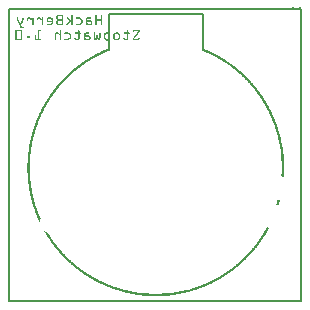
<source format=gbo>
G04 MADE WITH FRITZING*
G04 WWW.FRITZING.ORG*
G04 DOUBLE SIDED*
G04 HOLES PLATED*
G04 CONTOUR ON CENTER OF CONTOUR VECTOR*
%ASAXBY*%
%FSLAX23Y23*%
%MOIN*%
%OFA0B0*%
%SFA1.0B1.0*%
%ADD10R,0.984252X0.984252X0.968252X0.968252*%
%ADD11C,0.008000*%
%ADD12R,0.001000X0.001000*%
%LNSILK0*%
G90*
G70*
G54D11*
X4Y980D02*
X980Y980D01*
X980Y4D01*
X4Y4D01*
X4Y980D01*
D02*
X653Y843D02*
X653Y961D01*
D02*
X653Y961D02*
X338Y961D01*
D02*
X338Y961D02*
X338Y843D01*
G54D12*
X949Y984D02*
X955Y984D01*
X972Y984D02*
X978Y984D01*
X949Y983D02*
X955Y983D01*
X972Y983D02*
X978Y983D01*
X949Y982D02*
X955Y982D01*
X972Y982D02*
X978Y982D01*
X949Y981D02*
X955Y981D01*
X972Y981D02*
X978Y981D01*
X949Y980D02*
X955Y980D01*
X972Y980D02*
X979Y980D01*
X169Y959D02*
X185Y959D01*
X215Y959D02*
X217Y959D01*
X295Y959D02*
X297Y959D01*
X313Y959D02*
X315Y959D01*
X167Y958D02*
X185Y958D01*
X214Y958D02*
X217Y958D01*
X294Y958D02*
X297Y958D01*
X312Y958D02*
X315Y958D01*
X166Y957D02*
X185Y957D01*
X214Y957D02*
X217Y957D01*
X294Y957D02*
X298Y957D01*
X312Y957D02*
X315Y957D01*
X165Y956D02*
X185Y956D01*
X214Y956D02*
X217Y956D01*
X294Y956D02*
X298Y956D01*
X312Y956D02*
X315Y956D01*
X164Y955D02*
X170Y955D01*
X181Y955D02*
X185Y955D01*
X214Y955D02*
X217Y955D01*
X294Y955D02*
X298Y955D01*
X312Y955D02*
X315Y955D01*
X164Y954D02*
X168Y954D01*
X181Y954D02*
X185Y954D01*
X214Y954D02*
X217Y954D01*
X294Y954D02*
X298Y954D01*
X312Y954D02*
X315Y954D01*
X164Y953D02*
X168Y953D01*
X181Y953D02*
X185Y953D01*
X214Y953D02*
X217Y953D01*
X294Y953D02*
X298Y953D01*
X312Y953D02*
X315Y953D01*
X163Y952D02*
X167Y952D01*
X181Y952D02*
X185Y952D01*
X214Y952D02*
X217Y952D01*
X294Y952D02*
X298Y952D01*
X312Y952D02*
X315Y952D01*
X163Y951D02*
X167Y951D01*
X181Y951D02*
X185Y951D01*
X214Y951D02*
X217Y951D01*
X294Y951D02*
X298Y951D01*
X312Y951D02*
X315Y951D01*
X34Y950D02*
X35Y950D01*
X52Y950D02*
X52Y950D01*
X70Y950D02*
X76Y950D01*
X85Y950D02*
X85Y950D01*
X103Y950D02*
X109Y950D01*
X117Y950D02*
X118Y950D01*
X137Y950D02*
X145Y950D01*
X163Y950D02*
X167Y950D01*
X181Y950D02*
X185Y950D01*
X200Y950D02*
X200Y950D01*
X214Y950D02*
X217Y950D01*
X230Y950D02*
X241Y950D01*
X267Y950D02*
X277Y950D01*
X294Y950D02*
X298Y950D01*
X312Y950D02*
X315Y950D01*
X33Y949D02*
X36Y949D01*
X51Y949D02*
X54Y949D01*
X68Y949D02*
X78Y949D01*
X83Y949D02*
X86Y949D01*
X101Y949D02*
X110Y949D01*
X116Y949D02*
X119Y949D01*
X135Y949D02*
X147Y949D01*
X163Y949D02*
X167Y949D01*
X181Y949D02*
X185Y949D01*
X199Y949D02*
X202Y949D01*
X214Y949D02*
X217Y949D01*
X229Y949D02*
X243Y949D01*
X265Y949D02*
X278Y949D01*
X294Y949D02*
X298Y949D01*
X312Y949D02*
X315Y949D01*
X32Y948D02*
X36Y948D01*
X50Y948D02*
X54Y948D01*
X67Y948D02*
X79Y948D01*
X83Y948D02*
X87Y948D01*
X100Y948D02*
X111Y948D01*
X116Y948D02*
X119Y948D01*
X134Y948D02*
X149Y948D01*
X163Y948D02*
X167Y948D01*
X181Y948D02*
X185Y948D01*
X198Y948D02*
X203Y948D01*
X214Y948D02*
X217Y948D01*
X229Y948D02*
X245Y948D01*
X264Y948D02*
X278Y948D01*
X294Y948D02*
X298Y948D01*
X312Y948D02*
X315Y948D01*
X32Y947D02*
X36Y947D01*
X50Y947D02*
X54Y947D01*
X66Y947D02*
X80Y947D01*
X83Y947D02*
X87Y947D01*
X99Y947D02*
X113Y947D01*
X116Y947D02*
X119Y947D01*
X133Y947D02*
X150Y947D01*
X163Y947D02*
X167Y947D01*
X181Y947D02*
X185Y947D01*
X198Y947D02*
X204Y947D01*
X214Y947D02*
X217Y947D01*
X229Y947D02*
X246Y947D01*
X263Y947D02*
X278Y947D01*
X294Y947D02*
X298Y947D01*
X312Y947D02*
X315Y947D01*
X32Y946D02*
X36Y946D01*
X50Y946D02*
X54Y946D01*
X66Y946D02*
X81Y946D01*
X83Y946D02*
X87Y946D01*
X98Y946D02*
X114Y946D01*
X116Y946D02*
X119Y946D01*
X132Y946D02*
X151Y946D01*
X164Y946D02*
X168Y946D01*
X181Y946D02*
X185Y946D01*
X199Y946D02*
X205Y946D01*
X214Y946D02*
X217Y946D01*
X230Y946D02*
X247Y946D01*
X262Y946D02*
X277Y946D01*
X294Y946D02*
X298Y946D01*
X312Y946D02*
X315Y946D01*
X32Y945D02*
X36Y945D01*
X50Y945D02*
X54Y945D01*
X65Y945D02*
X69Y945D01*
X76Y945D02*
X87Y945D01*
X98Y945D02*
X102Y945D01*
X109Y945D02*
X119Y945D01*
X131Y945D02*
X136Y945D01*
X146Y945D02*
X151Y945D01*
X164Y945D02*
X169Y945D01*
X181Y945D02*
X185Y945D01*
X200Y945D02*
X206Y945D01*
X214Y945D02*
X217Y945D01*
X242Y945D02*
X248Y945D01*
X262Y945D02*
X266Y945D01*
X294Y945D02*
X298Y945D01*
X312Y945D02*
X315Y945D01*
X32Y944D02*
X36Y944D01*
X50Y944D02*
X54Y944D01*
X65Y944D02*
X69Y944D01*
X77Y944D02*
X87Y944D01*
X98Y944D02*
X102Y944D01*
X110Y944D02*
X119Y944D01*
X131Y944D02*
X135Y944D01*
X147Y944D02*
X152Y944D01*
X165Y944D02*
X185Y944D01*
X202Y944D02*
X208Y944D01*
X214Y944D02*
X217Y944D01*
X243Y944D02*
X249Y944D01*
X262Y944D02*
X266Y944D01*
X294Y944D02*
X315Y944D01*
X33Y943D02*
X37Y943D01*
X50Y943D02*
X54Y943D01*
X65Y943D02*
X69Y943D01*
X79Y943D02*
X87Y943D01*
X98Y943D02*
X101Y943D01*
X111Y943D02*
X119Y943D01*
X131Y943D02*
X134Y943D01*
X148Y943D02*
X152Y943D01*
X166Y943D02*
X185Y943D01*
X203Y943D02*
X209Y943D01*
X214Y943D02*
X217Y943D01*
X244Y943D02*
X249Y943D01*
X262Y943D02*
X266Y943D01*
X294Y943D02*
X315Y943D01*
X33Y942D02*
X37Y942D01*
X49Y942D02*
X53Y942D01*
X65Y942D02*
X69Y942D01*
X80Y942D02*
X87Y942D01*
X98Y942D02*
X101Y942D01*
X112Y942D02*
X119Y942D01*
X131Y942D02*
X134Y942D01*
X148Y942D02*
X152Y942D01*
X166Y942D02*
X185Y942D01*
X204Y942D02*
X210Y942D01*
X214Y942D02*
X217Y942D01*
X245Y942D02*
X250Y942D01*
X262Y942D02*
X265Y942D01*
X294Y942D02*
X315Y942D01*
X34Y941D02*
X38Y941D01*
X49Y941D02*
X53Y941D01*
X66Y941D02*
X68Y941D01*
X81Y941D02*
X87Y941D01*
X98Y941D02*
X101Y941D01*
X114Y941D02*
X119Y941D01*
X131Y941D02*
X134Y941D01*
X148Y941D02*
X152Y941D01*
X165Y941D02*
X185Y941D01*
X205Y941D02*
X211Y941D01*
X214Y941D02*
X217Y941D01*
X246Y941D02*
X250Y941D01*
X262Y941D02*
X265Y941D01*
X294Y941D02*
X315Y941D01*
X34Y940D02*
X38Y940D01*
X48Y940D02*
X52Y940D01*
X67Y940D02*
X67Y940D01*
X82Y940D02*
X87Y940D01*
X115Y940D02*
X119Y940D01*
X131Y940D02*
X134Y940D01*
X148Y940D02*
X152Y940D01*
X165Y940D02*
X185Y940D01*
X206Y940D02*
X212Y940D01*
X214Y940D02*
X217Y940D01*
X246Y940D02*
X250Y940D01*
X262Y940D02*
X279Y940D01*
X294Y940D02*
X315Y940D01*
X34Y939D02*
X38Y939D01*
X48Y939D02*
X52Y939D01*
X83Y939D02*
X87Y939D01*
X116Y939D02*
X119Y939D01*
X131Y939D02*
X134Y939D01*
X148Y939D02*
X152Y939D01*
X164Y939D02*
X169Y939D01*
X181Y939D02*
X185Y939D01*
X207Y939D02*
X217Y939D01*
X246Y939D02*
X250Y939D01*
X262Y939D02*
X280Y939D01*
X294Y939D02*
X298Y939D01*
X312Y939D02*
X315Y939D01*
X35Y938D02*
X39Y938D01*
X47Y938D02*
X51Y938D01*
X83Y938D02*
X87Y938D01*
X116Y938D02*
X119Y938D01*
X131Y938D02*
X152Y938D01*
X164Y938D02*
X168Y938D01*
X181Y938D02*
X185Y938D01*
X208Y938D02*
X217Y938D01*
X246Y938D02*
X250Y938D01*
X262Y938D02*
X281Y938D01*
X294Y938D02*
X298Y938D01*
X312Y938D02*
X315Y938D01*
X35Y937D02*
X39Y937D01*
X47Y937D02*
X51Y937D01*
X83Y937D02*
X87Y937D01*
X116Y937D02*
X119Y937D01*
X131Y937D02*
X152Y937D01*
X163Y937D02*
X167Y937D01*
X181Y937D02*
X185Y937D01*
X207Y937D02*
X217Y937D01*
X246Y937D02*
X250Y937D01*
X262Y937D02*
X282Y937D01*
X294Y937D02*
X298Y937D01*
X312Y937D02*
X315Y937D01*
X36Y936D02*
X40Y936D01*
X47Y936D02*
X51Y936D01*
X83Y936D02*
X87Y936D01*
X116Y936D02*
X119Y936D01*
X131Y936D02*
X152Y936D01*
X163Y936D02*
X167Y936D01*
X181Y936D02*
X185Y936D01*
X205Y936D02*
X217Y936D01*
X246Y936D02*
X250Y936D01*
X262Y936D02*
X267Y936D01*
X278Y936D02*
X282Y936D01*
X294Y936D02*
X298Y936D01*
X312Y936D02*
X315Y936D01*
X36Y935D02*
X40Y935D01*
X46Y935D02*
X50Y935D01*
X83Y935D02*
X87Y935D01*
X116Y935D02*
X119Y935D01*
X131Y935D02*
X152Y935D01*
X163Y935D02*
X167Y935D01*
X181Y935D02*
X185Y935D01*
X204Y935D02*
X210Y935D01*
X212Y935D02*
X217Y935D01*
X246Y935D02*
X250Y935D01*
X262Y935D02*
X266Y935D01*
X279Y935D02*
X283Y935D01*
X294Y935D02*
X298Y935D01*
X312Y935D02*
X315Y935D01*
X37Y934D02*
X41Y934D01*
X46Y934D02*
X50Y934D01*
X83Y934D02*
X87Y934D01*
X116Y934D02*
X119Y934D01*
X148Y934D02*
X152Y934D01*
X163Y934D02*
X167Y934D01*
X181Y934D02*
X185Y934D01*
X203Y934D02*
X209Y934D01*
X213Y934D02*
X217Y934D01*
X246Y934D02*
X250Y934D01*
X262Y934D02*
X265Y934D01*
X279Y934D02*
X283Y934D01*
X294Y934D02*
X298Y934D01*
X312Y934D02*
X315Y934D01*
X37Y933D02*
X41Y933D01*
X45Y933D02*
X49Y933D01*
X83Y933D02*
X87Y933D01*
X116Y933D02*
X119Y933D01*
X148Y933D02*
X152Y933D01*
X163Y933D02*
X167Y933D01*
X181Y933D02*
X185Y933D01*
X202Y933D02*
X208Y933D01*
X214Y933D02*
X217Y933D01*
X246Y933D02*
X250Y933D01*
X262Y933D02*
X265Y933D01*
X279Y933D02*
X283Y933D01*
X294Y933D02*
X298Y933D01*
X312Y933D02*
X315Y933D01*
X38Y932D02*
X42Y932D01*
X45Y932D02*
X49Y932D01*
X83Y932D02*
X87Y932D01*
X116Y932D02*
X119Y932D01*
X148Y932D02*
X152Y932D01*
X163Y932D02*
X167Y932D01*
X181Y932D02*
X185Y932D01*
X201Y932D02*
X207Y932D01*
X214Y932D02*
X217Y932D01*
X245Y932D02*
X249Y932D01*
X262Y932D02*
X265Y932D01*
X279Y932D02*
X283Y932D01*
X294Y932D02*
X298Y932D01*
X312Y932D02*
X315Y932D01*
X38Y931D02*
X48Y931D01*
X83Y931D02*
X87Y931D01*
X116Y931D02*
X119Y931D01*
X148Y931D02*
X152Y931D01*
X164Y931D02*
X168Y931D01*
X181Y931D02*
X185Y931D01*
X200Y931D02*
X206Y931D01*
X214Y931D02*
X217Y931D01*
X243Y931D02*
X249Y931D01*
X261Y931D02*
X267Y931D01*
X279Y931D02*
X283Y931D01*
X294Y931D02*
X298Y931D01*
X312Y931D02*
X315Y931D01*
X38Y930D02*
X48Y930D01*
X83Y930D02*
X87Y930D01*
X116Y930D02*
X119Y930D01*
X146Y930D02*
X151Y930D01*
X164Y930D02*
X169Y930D01*
X181Y930D02*
X185Y930D01*
X198Y930D02*
X204Y930D01*
X214Y930D02*
X217Y930D01*
X242Y930D02*
X248Y930D01*
X261Y930D02*
X269Y930D01*
X279Y930D02*
X283Y930D01*
X294Y930D02*
X298Y930D01*
X312Y930D02*
X315Y930D01*
X39Y929D02*
X47Y929D01*
X83Y929D02*
X87Y929D01*
X116Y929D02*
X119Y929D01*
X132Y929D02*
X151Y929D01*
X165Y929D02*
X185Y929D01*
X197Y929D02*
X203Y929D01*
X214Y929D02*
X217Y929D01*
X230Y929D02*
X247Y929D01*
X261Y929D02*
X282Y929D01*
X294Y929D02*
X298Y929D01*
X312Y929D02*
X315Y929D01*
X39Y928D02*
X47Y928D01*
X83Y928D02*
X87Y928D01*
X116Y928D02*
X119Y928D01*
X131Y928D02*
X150Y928D01*
X165Y928D02*
X185Y928D01*
X196Y928D02*
X202Y928D01*
X214Y928D02*
X217Y928D01*
X229Y928D02*
X246Y928D01*
X261Y928D02*
X282Y928D01*
X294Y928D02*
X298Y928D01*
X312Y928D02*
X315Y928D01*
X40Y927D02*
X46Y927D01*
X83Y927D02*
X87Y927D01*
X116Y927D02*
X119Y927D01*
X131Y927D02*
X149Y927D01*
X166Y927D02*
X185Y927D01*
X196Y927D02*
X201Y927D01*
X214Y927D02*
X217Y927D01*
X229Y927D02*
X245Y927D01*
X261Y927D02*
X281Y927D01*
X294Y927D02*
X298Y927D01*
X312Y927D02*
X315Y927D01*
X40Y926D02*
X44Y926D01*
X83Y926D02*
X86Y926D01*
X116Y926D02*
X119Y926D01*
X131Y926D02*
X148Y926D01*
X168Y926D02*
X185Y926D01*
X196Y926D02*
X200Y926D01*
X214Y926D02*
X217Y926D01*
X229Y926D02*
X243Y926D01*
X262Y926D02*
X265Y926D01*
X267Y926D02*
X280Y926D01*
X294Y926D02*
X297Y926D01*
X312Y926D02*
X315Y926D01*
X41Y925D02*
X45Y925D01*
X84Y925D02*
X85Y925D01*
X117Y925D02*
X118Y925D01*
X132Y925D02*
X146Y925D01*
X170Y925D02*
X185Y925D01*
X197Y925D02*
X198Y925D01*
X215Y925D02*
X216Y925D01*
X230Y925D02*
X241Y925D01*
X263Y925D02*
X264Y925D01*
X269Y925D02*
X278Y925D01*
X295Y925D02*
X296Y925D01*
X313Y925D02*
X314Y925D01*
X41Y924D02*
X45Y924D01*
X42Y923D02*
X46Y923D01*
X42Y922D02*
X46Y922D01*
X42Y921D02*
X46Y921D01*
X43Y920D02*
X47Y920D01*
X43Y919D02*
X53Y919D01*
X44Y918D02*
X54Y918D01*
X44Y917D02*
X54Y917D01*
X45Y916D02*
X53Y916D01*
X29Y909D02*
X46Y909D01*
X101Y909D02*
X113Y909D01*
X176Y909D02*
X178Y909D01*
X423Y909D02*
X438Y909D01*
X28Y908D02*
X47Y908D01*
X101Y908D02*
X113Y908D01*
X175Y908D02*
X179Y908D01*
X421Y908D02*
X439Y908D01*
X27Y907D02*
X48Y907D01*
X101Y907D02*
X113Y907D01*
X175Y907D02*
X179Y907D01*
X237Y907D02*
X239Y907D01*
X400Y907D02*
X403Y907D01*
X420Y907D02*
X440Y907D01*
X27Y906D02*
X48Y906D01*
X101Y906D02*
X113Y906D01*
X175Y906D02*
X179Y906D01*
X236Y906D02*
X240Y906D01*
X400Y906D02*
X403Y906D01*
X420Y906D02*
X440Y906D01*
X27Y905D02*
X31Y905D01*
X44Y905D02*
X48Y905D01*
X101Y905D02*
X105Y905D01*
X175Y905D02*
X179Y905D01*
X236Y905D02*
X240Y905D01*
X400Y905D02*
X403Y905D01*
X419Y905D02*
X424Y905D01*
X437Y905D02*
X440Y905D01*
X27Y904D02*
X30Y904D01*
X45Y904D02*
X48Y904D01*
X101Y904D02*
X105Y904D01*
X175Y904D02*
X179Y904D01*
X236Y904D02*
X240Y904D01*
X400Y904D02*
X403Y904D01*
X419Y904D02*
X423Y904D01*
X437Y904D02*
X440Y904D01*
X27Y903D02*
X30Y903D01*
X45Y903D02*
X48Y903D01*
X101Y903D02*
X105Y903D01*
X175Y903D02*
X179Y903D01*
X236Y903D02*
X240Y903D01*
X400Y903D02*
X403Y903D01*
X419Y903D02*
X423Y903D01*
X436Y903D02*
X440Y903D01*
X27Y902D02*
X30Y902D01*
X45Y902D02*
X48Y902D01*
X101Y902D02*
X105Y902D01*
X175Y902D02*
X179Y902D01*
X236Y902D02*
X240Y902D01*
X400Y902D02*
X403Y902D01*
X420Y902D02*
X422Y902D01*
X435Y902D02*
X440Y902D01*
X27Y901D02*
X30Y901D01*
X45Y901D02*
X48Y901D01*
X101Y901D02*
X105Y901D01*
X175Y901D02*
X179Y901D01*
X236Y901D02*
X240Y901D01*
X331Y901D02*
X333Y901D01*
X341Y901D02*
X341Y901D01*
X400Y901D02*
X403Y901D01*
X434Y901D02*
X439Y901D01*
X27Y900D02*
X30Y900D01*
X45Y900D02*
X48Y900D01*
X101Y900D02*
X105Y900D01*
X163Y900D02*
X168Y900D01*
X175Y900D02*
X179Y900D01*
X192Y900D02*
X202Y900D01*
X227Y900D02*
X243Y900D01*
X261Y900D02*
X271Y900D01*
X289Y900D02*
X290Y900D01*
X308Y900D02*
X309Y900D01*
X328Y900D02*
X335Y900D01*
X339Y900D02*
X342Y900D01*
X361Y900D02*
X368Y900D01*
X390Y900D02*
X406Y900D01*
X434Y900D02*
X438Y900D01*
X27Y899D02*
X30Y899D01*
X45Y899D02*
X48Y899D01*
X101Y899D02*
X105Y899D01*
X161Y899D02*
X170Y899D01*
X175Y899D02*
X179Y899D01*
X191Y899D02*
X205Y899D01*
X226Y899D02*
X244Y899D01*
X259Y899D02*
X272Y899D01*
X288Y899D02*
X291Y899D01*
X307Y899D02*
X310Y899D01*
X327Y899D02*
X337Y899D01*
X339Y899D02*
X342Y899D01*
X358Y899D02*
X370Y899D01*
X389Y899D02*
X407Y899D01*
X433Y899D02*
X438Y899D01*
X27Y898D02*
X30Y898D01*
X45Y898D02*
X48Y898D01*
X101Y898D02*
X105Y898D01*
X160Y898D02*
X172Y898D01*
X175Y898D02*
X179Y898D01*
X190Y898D02*
X206Y898D01*
X225Y898D02*
X244Y898D01*
X258Y898D02*
X273Y898D01*
X288Y898D02*
X291Y898D01*
X307Y898D02*
X310Y898D01*
X325Y898D02*
X342Y898D01*
X357Y898D02*
X372Y898D01*
X389Y898D02*
X408Y898D01*
X432Y898D02*
X437Y898D01*
X27Y897D02*
X30Y897D01*
X45Y897D02*
X48Y897D01*
X101Y897D02*
X105Y897D01*
X159Y897D02*
X173Y897D01*
X175Y897D02*
X179Y897D01*
X190Y897D02*
X207Y897D01*
X225Y897D02*
X244Y897D01*
X257Y897D02*
X272Y897D01*
X288Y897D02*
X291Y897D01*
X307Y897D02*
X310Y897D01*
X324Y897D02*
X342Y897D01*
X356Y897D02*
X373Y897D01*
X389Y897D02*
X408Y897D01*
X431Y897D02*
X436Y897D01*
X27Y896D02*
X30Y896D01*
X45Y896D02*
X48Y896D01*
X101Y896D02*
X105Y896D01*
X159Y896D02*
X179Y896D01*
X191Y896D02*
X208Y896D01*
X226Y896D02*
X243Y896D01*
X257Y896D02*
X271Y896D01*
X288Y896D02*
X291Y896D01*
X307Y896D02*
X310Y896D01*
X323Y896D02*
X329Y896D01*
X334Y896D02*
X342Y896D01*
X355Y896D02*
X374Y896D01*
X390Y896D02*
X407Y896D01*
X430Y896D02*
X435Y896D01*
X27Y895D02*
X30Y895D01*
X45Y895D02*
X48Y895D01*
X101Y895D02*
X105Y895D01*
X158Y895D02*
X162Y895D01*
X169Y895D02*
X179Y895D01*
X204Y895D02*
X209Y895D01*
X236Y895D02*
X240Y895D01*
X256Y895D02*
X260Y895D01*
X288Y895D02*
X292Y895D01*
X307Y895D02*
X310Y895D01*
X322Y895D02*
X328Y895D01*
X335Y895D02*
X342Y895D01*
X354Y895D02*
X359Y895D01*
X369Y895D02*
X374Y895D01*
X400Y895D02*
X403Y895D01*
X430Y895D02*
X434Y895D01*
X27Y894D02*
X30Y894D01*
X45Y894D02*
X48Y894D01*
X101Y894D02*
X105Y894D01*
X158Y894D02*
X162Y894D01*
X171Y894D02*
X179Y894D01*
X205Y894D02*
X210Y894D01*
X236Y894D02*
X240Y894D01*
X256Y894D02*
X260Y894D01*
X288Y894D02*
X292Y894D01*
X307Y894D02*
X310Y894D01*
X322Y894D02*
X327Y894D01*
X336Y894D02*
X342Y894D01*
X354Y894D02*
X358Y894D01*
X370Y894D02*
X375Y894D01*
X400Y894D02*
X403Y894D01*
X429Y894D02*
X434Y894D01*
X27Y893D02*
X30Y893D01*
X45Y893D02*
X48Y893D01*
X101Y893D02*
X105Y893D01*
X158Y893D02*
X162Y893D01*
X172Y893D02*
X179Y893D01*
X206Y893D02*
X211Y893D01*
X236Y893D02*
X240Y893D01*
X256Y893D02*
X260Y893D01*
X288Y893D02*
X292Y893D01*
X306Y893D02*
X310Y893D01*
X321Y893D02*
X326Y893D01*
X337Y893D02*
X342Y893D01*
X354Y893D02*
X358Y893D01*
X371Y893D02*
X375Y893D01*
X400Y893D02*
X403Y893D01*
X428Y893D02*
X433Y893D01*
X27Y892D02*
X30Y892D01*
X45Y892D02*
X48Y892D01*
X101Y892D02*
X105Y892D01*
X158Y892D02*
X162Y892D01*
X174Y892D02*
X179Y892D01*
X207Y892D02*
X211Y892D01*
X236Y892D02*
X240Y892D01*
X256Y892D02*
X260Y892D01*
X288Y892D02*
X292Y892D01*
X298Y892D02*
X300Y892D01*
X306Y892D02*
X310Y892D01*
X321Y892D02*
X325Y892D01*
X338Y892D02*
X342Y892D01*
X354Y892D02*
X357Y892D01*
X372Y892D02*
X375Y892D01*
X400Y892D02*
X403Y892D01*
X427Y892D02*
X432Y892D01*
X27Y891D02*
X30Y891D01*
X45Y891D02*
X48Y891D01*
X101Y891D02*
X105Y891D01*
X158Y891D02*
X162Y891D01*
X175Y891D02*
X179Y891D01*
X208Y891D02*
X212Y891D01*
X236Y891D02*
X240Y891D01*
X256Y891D02*
X260Y891D01*
X288Y891D02*
X292Y891D01*
X297Y891D02*
X301Y891D01*
X306Y891D02*
X310Y891D01*
X321Y891D02*
X325Y891D01*
X339Y891D02*
X342Y891D01*
X354Y891D02*
X357Y891D01*
X372Y891D02*
X375Y891D01*
X400Y891D02*
X403Y891D01*
X427Y891D02*
X431Y891D01*
X27Y890D02*
X30Y890D01*
X45Y890D02*
X48Y890D01*
X93Y890D02*
X95Y890D01*
X101Y890D02*
X105Y890D01*
X158Y890D02*
X162Y890D01*
X175Y890D02*
X179Y890D01*
X208Y890D02*
X212Y890D01*
X236Y890D02*
X240Y890D01*
X256Y890D02*
X273Y890D01*
X288Y890D02*
X292Y890D01*
X297Y890D02*
X301Y890D01*
X306Y890D02*
X310Y890D01*
X321Y890D02*
X325Y890D01*
X339Y890D02*
X342Y890D01*
X354Y890D02*
X357Y890D01*
X372Y890D02*
X375Y890D01*
X400Y890D02*
X403Y890D01*
X426Y890D02*
X431Y890D01*
X27Y889D02*
X30Y889D01*
X45Y889D02*
X48Y889D01*
X92Y889D02*
X96Y889D01*
X101Y889D02*
X105Y889D01*
X158Y889D02*
X161Y889D01*
X175Y889D02*
X179Y889D01*
X208Y889D02*
X212Y889D01*
X236Y889D02*
X240Y889D01*
X256Y889D02*
X275Y889D01*
X288Y889D02*
X292Y889D01*
X297Y889D02*
X301Y889D01*
X306Y889D02*
X310Y889D01*
X321Y889D02*
X325Y889D01*
X339Y889D02*
X342Y889D01*
X354Y889D02*
X357Y889D01*
X372Y889D02*
X375Y889D01*
X400Y889D02*
X403Y889D01*
X425Y889D02*
X430Y889D01*
X27Y888D02*
X30Y888D01*
X45Y888D02*
X48Y888D01*
X67Y888D02*
X73Y888D01*
X92Y888D02*
X96Y888D01*
X101Y888D02*
X105Y888D01*
X158Y888D02*
X161Y888D01*
X175Y888D02*
X179Y888D01*
X208Y888D02*
X212Y888D01*
X236Y888D02*
X240Y888D01*
X256Y888D02*
X276Y888D01*
X288Y888D02*
X292Y888D01*
X297Y888D02*
X301Y888D01*
X306Y888D02*
X310Y888D01*
X321Y888D02*
X325Y888D01*
X339Y888D02*
X342Y888D01*
X354Y888D02*
X357Y888D01*
X372Y888D02*
X375Y888D01*
X400Y888D02*
X403Y888D01*
X424Y888D02*
X429Y888D01*
X27Y887D02*
X30Y887D01*
X45Y887D02*
X48Y887D01*
X66Y887D02*
X74Y887D01*
X92Y887D02*
X96Y887D01*
X101Y887D02*
X105Y887D01*
X158Y887D02*
X161Y887D01*
X175Y887D02*
X179Y887D01*
X208Y887D02*
X212Y887D01*
X236Y887D02*
X240Y887D01*
X256Y887D02*
X276Y887D01*
X288Y887D02*
X292Y887D01*
X297Y887D02*
X301Y887D01*
X306Y887D02*
X310Y887D01*
X321Y887D02*
X325Y887D01*
X339Y887D02*
X342Y887D01*
X354Y887D02*
X357Y887D01*
X372Y887D02*
X375Y887D01*
X400Y887D02*
X403Y887D01*
X423Y887D02*
X428Y887D01*
X27Y886D02*
X30Y886D01*
X45Y886D02*
X48Y886D01*
X66Y886D02*
X74Y886D01*
X92Y886D02*
X96Y886D01*
X101Y886D02*
X105Y886D01*
X158Y886D02*
X161Y886D01*
X175Y886D02*
X179Y886D01*
X208Y886D02*
X212Y886D01*
X236Y886D02*
X240Y886D01*
X256Y886D02*
X261Y886D01*
X272Y886D02*
X277Y886D01*
X288Y886D02*
X292Y886D01*
X297Y886D02*
X301Y886D01*
X306Y886D02*
X310Y886D01*
X321Y886D02*
X325Y886D01*
X339Y886D02*
X342Y886D01*
X354Y886D02*
X357Y886D01*
X372Y886D02*
X375Y886D01*
X400Y886D02*
X403Y886D01*
X423Y886D02*
X427Y886D01*
X27Y885D02*
X30Y885D01*
X45Y885D02*
X48Y885D01*
X66Y885D02*
X74Y885D01*
X92Y885D02*
X96Y885D01*
X101Y885D02*
X105Y885D01*
X158Y885D02*
X161Y885D01*
X175Y885D02*
X179Y885D01*
X208Y885D02*
X212Y885D01*
X236Y885D02*
X240Y885D01*
X256Y885D02*
X260Y885D01*
X273Y885D02*
X277Y885D01*
X288Y885D02*
X292Y885D01*
X297Y885D02*
X301Y885D01*
X306Y885D02*
X310Y885D01*
X321Y885D02*
X325Y885D01*
X339Y885D02*
X342Y885D01*
X354Y885D02*
X357Y885D01*
X372Y885D02*
X375Y885D01*
X400Y885D02*
X403Y885D01*
X422Y885D02*
X427Y885D01*
X27Y884D02*
X30Y884D01*
X45Y884D02*
X48Y884D01*
X66Y884D02*
X74Y884D01*
X92Y884D02*
X96Y884D01*
X101Y884D02*
X105Y884D01*
X158Y884D02*
X161Y884D01*
X175Y884D02*
X179Y884D01*
X208Y884D02*
X212Y884D01*
X236Y884D02*
X240Y884D01*
X256Y884D02*
X259Y884D01*
X273Y884D02*
X277Y884D01*
X288Y884D02*
X292Y884D01*
X297Y884D02*
X301Y884D01*
X306Y884D02*
X310Y884D01*
X321Y884D02*
X325Y884D01*
X339Y884D02*
X342Y884D01*
X354Y884D02*
X357Y884D01*
X372Y884D02*
X375Y884D01*
X400Y884D02*
X403Y884D01*
X421Y884D02*
X426Y884D01*
X27Y883D02*
X30Y883D01*
X45Y883D02*
X48Y883D01*
X66Y883D02*
X74Y883D01*
X92Y883D02*
X96Y883D01*
X101Y883D02*
X105Y883D01*
X158Y883D02*
X161Y883D01*
X175Y883D02*
X179Y883D01*
X207Y883D02*
X211Y883D01*
X236Y883D02*
X240Y883D01*
X256Y883D02*
X259Y883D01*
X273Y883D02*
X277Y883D01*
X289Y883D02*
X292Y883D01*
X296Y883D02*
X302Y883D01*
X306Y883D02*
X309Y883D01*
X321Y883D02*
X325Y883D01*
X338Y883D02*
X342Y883D01*
X354Y883D02*
X357Y883D01*
X372Y883D02*
X375Y883D01*
X400Y883D02*
X403Y883D01*
X420Y883D02*
X425Y883D01*
X27Y882D02*
X30Y882D01*
X45Y882D02*
X48Y882D01*
X66Y882D02*
X74Y882D01*
X92Y882D02*
X96Y882D01*
X101Y882D02*
X105Y882D01*
X158Y882D02*
X161Y882D01*
X175Y882D02*
X179Y882D01*
X206Y882D02*
X211Y882D01*
X223Y882D02*
X226Y882D01*
X236Y882D02*
X240Y882D01*
X256Y882D02*
X260Y882D01*
X273Y882D02*
X277Y882D01*
X289Y882D02*
X293Y882D01*
X295Y882D02*
X303Y882D01*
X305Y882D02*
X309Y882D01*
X321Y882D02*
X325Y882D01*
X337Y882D02*
X342Y882D01*
X354Y882D02*
X357Y882D01*
X371Y882D02*
X375Y882D01*
X387Y882D02*
X389Y882D01*
X400Y882D02*
X403Y882D01*
X420Y882D02*
X424Y882D01*
X437Y882D02*
X440Y882D01*
X27Y881D02*
X30Y881D01*
X45Y881D02*
X48Y881D01*
X67Y881D02*
X73Y881D01*
X92Y881D02*
X96Y881D01*
X101Y881D02*
X105Y881D01*
X158Y881D02*
X161Y881D01*
X175Y881D02*
X179Y881D01*
X205Y881D02*
X210Y881D01*
X223Y881D02*
X226Y881D01*
X236Y881D02*
X240Y881D01*
X256Y881D02*
X261Y881D01*
X273Y881D02*
X277Y881D01*
X289Y881D02*
X293Y881D01*
X295Y881D02*
X303Y881D01*
X305Y881D02*
X309Y881D01*
X322Y881D02*
X327Y881D01*
X336Y881D02*
X342Y881D01*
X354Y881D02*
X358Y881D01*
X371Y881D02*
X375Y881D01*
X386Y881D02*
X390Y881D01*
X400Y881D02*
X403Y881D01*
X419Y881D02*
X424Y881D01*
X437Y881D02*
X440Y881D01*
X27Y880D02*
X30Y880D01*
X45Y880D02*
X48Y880D01*
X92Y880D02*
X96Y880D01*
X101Y880D02*
X105Y880D01*
X158Y880D02*
X161Y880D01*
X175Y880D02*
X179Y880D01*
X204Y880D02*
X210Y880D01*
X223Y880D02*
X227Y880D01*
X236Y880D02*
X240Y880D01*
X256Y880D02*
X263Y880D01*
X273Y880D02*
X277Y880D01*
X290Y880D02*
X308Y880D01*
X322Y880D02*
X328Y880D01*
X335Y880D02*
X342Y880D01*
X354Y880D02*
X359Y880D01*
X370Y880D02*
X375Y880D01*
X387Y880D02*
X391Y880D01*
X399Y880D02*
X403Y880D01*
X419Y880D02*
X423Y880D01*
X437Y880D02*
X440Y880D01*
X27Y879D02*
X48Y879D01*
X92Y879D02*
X112Y879D01*
X158Y879D02*
X161Y879D01*
X175Y879D02*
X179Y879D01*
X192Y879D02*
X209Y879D01*
X223Y879D02*
X239Y879D01*
X256Y879D02*
X277Y879D01*
X290Y879D02*
X298Y879D01*
X300Y879D02*
X308Y879D01*
X323Y879D02*
X329Y879D01*
X334Y879D02*
X342Y879D01*
X355Y879D02*
X374Y879D01*
X387Y879D02*
X403Y879D01*
X419Y879D02*
X440Y879D01*
X27Y878D02*
X48Y878D01*
X92Y878D02*
X113Y878D01*
X158Y878D02*
X161Y878D01*
X175Y878D02*
X179Y878D01*
X191Y878D02*
X207Y878D01*
X224Y878D02*
X239Y878D01*
X256Y878D02*
X276Y878D01*
X290Y878D02*
X297Y878D01*
X301Y878D02*
X308Y878D01*
X324Y878D02*
X342Y878D01*
X356Y878D02*
X373Y878D01*
X387Y878D02*
X402Y878D01*
X420Y878D02*
X440Y878D01*
X27Y877D02*
X47Y877D01*
X92Y877D02*
X113Y877D01*
X158Y877D02*
X161Y877D01*
X175Y877D02*
X179Y877D01*
X190Y877D02*
X206Y877D01*
X225Y877D02*
X238Y877D01*
X256Y877D02*
X275Y877D01*
X290Y877D02*
X297Y877D01*
X301Y877D02*
X308Y877D01*
X325Y877D02*
X342Y877D01*
X357Y877D02*
X372Y877D01*
X388Y877D02*
X402Y877D01*
X420Y877D02*
X439Y877D01*
X28Y876D02*
X47Y876D01*
X92Y876D02*
X113Y876D01*
X158Y876D02*
X161Y876D01*
X176Y876D02*
X179Y876D01*
X190Y876D02*
X205Y876D01*
X226Y876D02*
X237Y876D01*
X256Y876D02*
X259Y876D01*
X262Y876D02*
X274Y876D01*
X291Y876D02*
X296Y876D01*
X302Y876D02*
X307Y876D01*
X326Y876D02*
X337Y876D01*
X339Y876D02*
X342Y876D01*
X358Y876D02*
X371Y876D01*
X389Y876D02*
X400Y876D01*
X421Y876D02*
X438Y876D01*
X30Y875D02*
X45Y875D01*
X93Y875D02*
X112Y875D01*
X159Y875D02*
X160Y875D01*
X177Y875D02*
X178Y875D01*
X191Y875D02*
X203Y875D01*
X228Y875D02*
X235Y875D01*
X257Y875D02*
X258Y875D01*
X263Y875D02*
X272Y875D01*
X292Y875D02*
X295Y875D01*
X303Y875D02*
X306Y875D01*
X328Y875D02*
X336Y875D01*
X339Y875D02*
X342Y875D01*
X360Y875D02*
X369Y875D01*
X391Y875D02*
X399Y875D01*
X422Y875D02*
X436Y875D01*
X330Y874D02*
X334Y874D01*
X339Y874D02*
X342Y874D01*
X339Y873D02*
X342Y873D01*
X339Y872D02*
X342Y872D01*
X339Y871D02*
X342Y871D01*
X339Y870D02*
X342Y870D01*
X339Y869D02*
X342Y869D01*
X339Y868D02*
X342Y868D01*
X339Y867D02*
X342Y867D01*
X339Y866D02*
X342Y866D01*
X335Y846D02*
X335Y846D01*
X654Y846D02*
X655Y846D01*
X332Y845D02*
X336Y845D01*
X653Y845D02*
X657Y845D01*
X330Y844D02*
X336Y844D01*
X653Y844D02*
X659Y844D01*
X328Y843D02*
X337Y843D01*
X653Y843D02*
X662Y843D01*
X325Y842D02*
X337Y842D01*
X652Y842D02*
X664Y842D01*
X323Y841D02*
X337Y841D01*
X652Y841D02*
X666Y841D01*
X320Y840D02*
X338Y840D01*
X651Y840D02*
X669Y840D01*
X318Y839D02*
X338Y839D01*
X652Y839D02*
X671Y839D01*
X316Y838D02*
X335Y838D01*
X654Y838D02*
X673Y838D01*
X314Y837D02*
X333Y837D01*
X656Y837D02*
X675Y837D01*
X312Y836D02*
X330Y836D01*
X659Y836D02*
X677Y836D01*
X310Y835D02*
X328Y835D01*
X661Y835D02*
X679Y835D01*
X308Y834D02*
X326Y834D01*
X663Y834D02*
X681Y834D01*
X306Y833D02*
X323Y833D01*
X666Y833D02*
X683Y833D01*
X304Y832D02*
X321Y832D01*
X668Y832D02*
X686Y832D01*
X302Y831D02*
X319Y831D01*
X670Y831D02*
X688Y831D01*
X300Y830D02*
X317Y830D01*
X672Y830D02*
X689Y830D01*
X298Y829D02*
X315Y829D01*
X674Y829D02*
X691Y829D01*
X296Y828D02*
X313Y828D01*
X676Y828D02*
X693Y828D01*
X294Y827D02*
X311Y827D01*
X678Y827D02*
X695Y827D01*
X292Y826D02*
X309Y826D01*
X681Y826D02*
X697Y826D01*
X290Y825D02*
X306Y825D01*
X683Y825D02*
X699Y825D01*
X288Y824D02*
X304Y824D01*
X685Y824D02*
X701Y824D01*
X287Y823D02*
X302Y823D01*
X687Y823D02*
X703Y823D01*
X285Y822D02*
X301Y822D01*
X689Y822D02*
X704Y822D01*
X283Y821D02*
X299Y821D01*
X690Y821D02*
X706Y821D01*
X281Y820D02*
X297Y820D01*
X692Y820D02*
X708Y820D01*
X280Y819D02*
X295Y819D01*
X694Y819D02*
X709Y819D01*
X278Y818D02*
X293Y818D01*
X696Y818D02*
X711Y818D01*
X276Y817D02*
X291Y817D01*
X698Y817D02*
X713Y817D01*
X275Y816D02*
X289Y816D01*
X700Y816D02*
X715Y816D01*
X273Y815D02*
X287Y815D01*
X702Y815D02*
X716Y815D01*
X271Y814D02*
X286Y814D01*
X703Y814D02*
X718Y814D01*
X270Y813D02*
X284Y813D01*
X705Y813D02*
X720Y813D01*
X268Y812D02*
X282Y812D01*
X707Y812D02*
X721Y812D01*
X266Y811D02*
X281Y811D01*
X708Y811D02*
X723Y811D01*
X265Y810D02*
X279Y810D01*
X710Y810D02*
X724Y810D01*
X263Y809D02*
X277Y809D01*
X712Y809D02*
X726Y809D01*
X262Y808D02*
X276Y808D01*
X713Y808D02*
X727Y808D01*
X260Y807D02*
X274Y807D01*
X715Y807D02*
X729Y807D01*
X259Y806D02*
X272Y806D01*
X717Y806D02*
X730Y806D01*
X257Y805D02*
X271Y805D01*
X718Y805D02*
X732Y805D01*
X256Y804D02*
X269Y804D01*
X720Y804D02*
X733Y804D01*
X254Y803D02*
X268Y803D01*
X722Y803D02*
X735Y803D01*
X253Y802D02*
X266Y802D01*
X723Y802D02*
X736Y802D01*
X251Y801D02*
X265Y801D01*
X725Y801D02*
X738Y801D01*
X250Y800D02*
X263Y800D01*
X726Y800D02*
X739Y800D01*
X249Y799D02*
X261Y799D01*
X728Y799D02*
X741Y799D01*
X247Y798D02*
X260Y798D01*
X729Y798D02*
X742Y798D01*
X246Y797D02*
X258Y797D01*
X731Y797D02*
X743Y797D01*
X244Y796D02*
X257Y796D01*
X732Y796D02*
X745Y796D01*
X243Y795D02*
X255Y795D01*
X734Y795D02*
X746Y795D01*
X242Y794D02*
X254Y794D01*
X735Y794D02*
X748Y794D01*
X240Y793D02*
X253Y793D01*
X736Y793D02*
X749Y793D01*
X239Y792D02*
X251Y792D01*
X738Y792D02*
X750Y792D01*
X237Y791D02*
X250Y791D01*
X739Y791D02*
X752Y791D01*
X236Y790D02*
X248Y790D01*
X741Y790D02*
X753Y790D01*
X235Y789D02*
X247Y789D01*
X742Y789D02*
X754Y789D01*
X234Y788D02*
X246Y788D01*
X743Y788D02*
X755Y788D01*
X232Y787D02*
X244Y787D01*
X745Y787D02*
X757Y787D01*
X231Y786D02*
X243Y786D01*
X746Y786D02*
X758Y786D01*
X230Y785D02*
X242Y785D01*
X748Y785D02*
X759Y785D01*
X229Y784D02*
X240Y784D01*
X749Y784D02*
X761Y784D01*
X227Y783D02*
X239Y783D01*
X750Y783D02*
X762Y783D01*
X226Y782D02*
X238Y782D01*
X751Y782D02*
X763Y782D01*
X225Y781D02*
X236Y781D01*
X753Y781D02*
X764Y781D01*
X224Y780D02*
X235Y780D01*
X754Y780D02*
X766Y780D01*
X222Y779D02*
X234Y779D01*
X755Y779D02*
X767Y779D01*
X221Y778D02*
X233Y778D01*
X757Y778D02*
X768Y778D01*
X220Y777D02*
X231Y777D01*
X758Y777D02*
X769Y777D01*
X219Y776D02*
X230Y776D01*
X759Y776D02*
X770Y776D01*
X218Y775D02*
X229Y775D01*
X760Y775D02*
X771Y775D01*
X217Y774D02*
X227Y774D01*
X762Y774D02*
X773Y774D01*
X215Y773D02*
X226Y773D01*
X763Y773D02*
X774Y773D01*
X214Y772D02*
X225Y772D01*
X764Y772D02*
X775Y772D01*
X213Y771D02*
X224Y771D01*
X765Y771D02*
X776Y771D01*
X212Y770D02*
X223Y770D01*
X766Y770D02*
X777Y770D01*
X211Y769D02*
X222Y769D01*
X767Y769D02*
X778Y769D01*
X210Y768D02*
X220Y768D01*
X769Y768D02*
X780Y768D01*
X208Y767D02*
X219Y767D01*
X770Y767D02*
X781Y767D01*
X207Y766D02*
X218Y766D01*
X771Y766D02*
X782Y766D01*
X206Y765D02*
X217Y765D01*
X772Y765D02*
X783Y765D01*
X205Y764D02*
X216Y764D01*
X773Y764D02*
X784Y764D01*
X204Y763D02*
X215Y763D01*
X774Y763D02*
X785Y763D01*
X203Y762D02*
X213Y762D01*
X776Y762D02*
X786Y762D01*
X202Y761D02*
X212Y761D01*
X777Y761D02*
X787Y761D01*
X201Y760D02*
X211Y760D01*
X778Y760D02*
X788Y760D01*
X200Y759D02*
X210Y759D01*
X779Y759D02*
X789Y759D01*
X199Y758D02*
X209Y758D01*
X780Y758D02*
X790Y758D01*
X198Y757D02*
X208Y757D01*
X781Y757D02*
X791Y757D01*
X197Y756D02*
X207Y756D01*
X782Y756D02*
X792Y756D01*
X196Y755D02*
X206Y755D01*
X783Y755D02*
X793Y755D01*
X195Y754D02*
X205Y754D01*
X784Y754D02*
X794Y754D01*
X194Y753D02*
X204Y753D01*
X785Y753D02*
X795Y753D01*
X193Y752D02*
X203Y752D01*
X786Y752D02*
X796Y752D01*
X192Y751D02*
X202Y751D01*
X787Y751D02*
X797Y751D01*
X191Y750D02*
X201Y750D01*
X788Y750D02*
X798Y750D01*
X190Y749D02*
X200Y749D01*
X789Y749D02*
X799Y749D01*
X189Y748D02*
X199Y748D01*
X790Y748D02*
X800Y748D01*
X188Y747D02*
X198Y747D01*
X791Y747D02*
X801Y747D01*
X187Y746D02*
X197Y746D01*
X792Y746D02*
X802Y746D01*
X186Y745D02*
X196Y745D01*
X793Y745D02*
X803Y745D01*
X185Y744D02*
X195Y744D01*
X794Y744D02*
X804Y744D01*
X184Y743D02*
X194Y743D01*
X795Y743D02*
X805Y743D01*
X183Y742D02*
X193Y742D01*
X796Y742D02*
X806Y742D01*
X182Y741D02*
X192Y741D01*
X797Y741D02*
X807Y741D01*
X181Y740D02*
X191Y740D01*
X798Y740D02*
X808Y740D01*
X180Y739D02*
X190Y739D01*
X799Y739D02*
X809Y739D01*
X179Y738D02*
X189Y738D01*
X800Y738D02*
X810Y738D01*
X179Y737D02*
X188Y737D01*
X801Y737D02*
X811Y737D01*
X178Y736D02*
X187Y736D01*
X802Y736D02*
X811Y736D01*
X177Y735D02*
X186Y735D01*
X803Y735D02*
X812Y735D01*
X176Y734D02*
X185Y734D01*
X804Y734D02*
X813Y734D01*
X175Y733D02*
X184Y733D01*
X805Y733D02*
X814Y733D01*
X174Y732D02*
X183Y732D01*
X806Y732D02*
X815Y732D01*
X173Y731D02*
X182Y731D01*
X807Y731D02*
X816Y731D01*
X172Y730D02*
X182Y730D01*
X808Y730D02*
X817Y730D01*
X171Y729D02*
X181Y729D01*
X808Y729D02*
X818Y729D01*
X171Y728D02*
X180Y728D01*
X809Y728D02*
X819Y728D01*
X170Y727D02*
X179Y727D01*
X810Y727D02*
X819Y727D01*
X169Y726D02*
X178Y726D01*
X811Y726D02*
X820Y726D01*
X168Y725D02*
X177Y725D01*
X812Y725D02*
X821Y725D01*
X167Y724D02*
X176Y724D01*
X813Y724D02*
X822Y724D01*
X166Y723D02*
X175Y723D01*
X814Y723D02*
X823Y723D01*
X166Y722D02*
X174Y722D01*
X815Y722D02*
X824Y722D01*
X165Y721D02*
X174Y721D01*
X815Y721D02*
X824Y721D01*
X164Y720D02*
X173Y720D01*
X816Y720D02*
X825Y720D01*
X163Y719D02*
X172Y719D01*
X817Y719D02*
X826Y719D01*
X162Y718D02*
X171Y718D01*
X818Y718D02*
X827Y718D01*
X161Y717D02*
X170Y717D01*
X819Y717D02*
X828Y717D01*
X161Y716D02*
X170Y716D01*
X820Y716D02*
X828Y716D01*
X160Y715D02*
X169Y715D01*
X820Y715D02*
X829Y715D01*
X159Y714D02*
X168Y714D01*
X821Y714D02*
X830Y714D01*
X158Y713D02*
X167Y713D01*
X822Y713D02*
X831Y713D01*
X158Y712D02*
X166Y712D01*
X823Y712D02*
X832Y712D01*
X157Y711D02*
X165Y711D01*
X824Y711D02*
X832Y711D01*
X156Y710D02*
X165Y710D01*
X825Y710D02*
X833Y710D01*
X155Y709D02*
X164Y709D01*
X825Y709D02*
X834Y709D01*
X155Y708D02*
X163Y708D01*
X826Y708D02*
X835Y708D01*
X154Y707D02*
X162Y707D01*
X827Y707D02*
X835Y707D01*
X153Y706D02*
X162Y706D01*
X828Y706D02*
X836Y706D01*
X152Y705D02*
X161Y705D01*
X828Y705D02*
X837Y705D01*
X151Y704D02*
X160Y704D01*
X829Y704D02*
X838Y704D01*
X151Y703D02*
X159Y703D01*
X830Y703D02*
X838Y703D01*
X150Y702D02*
X158Y702D01*
X831Y702D02*
X839Y702D01*
X149Y701D02*
X158Y701D01*
X831Y701D02*
X840Y701D01*
X148Y700D02*
X157Y700D01*
X832Y700D02*
X841Y700D01*
X148Y699D02*
X156Y699D01*
X833Y699D02*
X841Y699D01*
X147Y698D02*
X155Y698D01*
X834Y698D02*
X842Y698D01*
X146Y697D02*
X155Y697D01*
X834Y697D02*
X843Y697D01*
X146Y696D02*
X154Y696D01*
X835Y696D02*
X843Y696D01*
X145Y695D02*
X153Y695D01*
X836Y695D02*
X844Y695D01*
X144Y694D02*
X153Y694D01*
X837Y694D02*
X845Y694D01*
X144Y693D02*
X152Y693D01*
X837Y693D02*
X845Y693D01*
X143Y692D02*
X151Y692D01*
X838Y692D02*
X846Y692D01*
X142Y691D02*
X150Y691D01*
X839Y691D02*
X847Y691D01*
X142Y690D02*
X150Y690D01*
X839Y690D02*
X848Y690D01*
X141Y689D02*
X149Y689D01*
X840Y689D02*
X848Y689D01*
X140Y688D02*
X148Y688D01*
X841Y688D02*
X849Y688D01*
X139Y687D02*
X148Y687D01*
X841Y687D02*
X850Y687D01*
X139Y686D02*
X147Y686D01*
X842Y686D02*
X850Y686D01*
X138Y685D02*
X146Y685D01*
X843Y685D02*
X851Y685D01*
X138Y684D02*
X146Y684D01*
X844Y684D02*
X852Y684D01*
X137Y683D02*
X145Y683D01*
X844Y683D02*
X852Y683D01*
X136Y682D02*
X144Y682D01*
X845Y682D02*
X853Y682D01*
X136Y681D02*
X144Y681D01*
X846Y681D02*
X854Y681D01*
X135Y680D02*
X143Y680D01*
X846Y680D02*
X854Y680D01*
X134Y679D02*
X142Y679D01*
X847Y679D02*
X855Y679D01*
X134Y678D02*
X142Y678D01*
X847Y678D02*
X855Y678D01*
X133Y677D02*
X141Y677D01*
X848Y677D02*
X856Y677D01*
X132Y676D02*
X140Y676D01*
X849Y676D02*
X857Y676D01*
X132Y675D02*
X140Y675D01*
X849Y675D02*
X857Y675D01*
X131Y674D02*
X139Y674D01*
X850Y674D02*
X858Y674D01*
X131Y673D02*
X138Y673D01*
X851Y673D02*
X859Y673D01*
X130Y672D02*
X138Y672D01*
X851Y672D02*
X859Y672D01*
X129Y671D02*
X137Y671D01*
X852Y671D02*
X860Y671D01*
X129Y670D02*
X137Y670D01*
X853Y670D02*
X860Y670D01*
X128Y669D02*
X136Y669D01*
X853Y669D02*
X861Y669D01*
X128Y668D02*
X135Y668D01*
X854Y668D02*
X862Y668D01*
X127Y667D02*
X135Y667D01*
X854Y667D02*
X862Y667D01*
X126Y666D02*
X134Y666D01*
X855Y666D02*
X863Y666D01*
X126Y665D02*
X134Y665D01*
X856Y665D02*
X863Y665D01*
X125Y664D02*
X133Y664D01*
X856Y664D02*
X864Y664D01*
X125Y663D02*
X132Y663D01*
X857Y663D02*
X864Y663D01*
X124Y662D02*
X132Y662D01*
X857Y662D02*
X865Y662D01*
X124Y661D02*
X131Y661D01*
X858Y661D02*
X866Y661D01*
X123Y660D02*
X131Y660D01*
X858Y660D02*
X866Y660D01*
X122Y659D02*
X130Y659D01*
X859Y659D02*
X867Y659D01*
X122Y658D02*
X129Y658D01*
X860Y658D02*
X867Y658D01*
X121Y657D02*
X129Y657D01*
X860Y657D02*
X868Y657D01*
X121Y656D02*
X128Y656D01*
X861Y656D02*
X868Y656D01*
X120Y655D02*
X128Y655D01*
X861Y655D02*
X869Y655D01*
X120Y654D02*
X127Y654D01*
X862Y654D02*
X870Y654D01*
X119Y653D02*
X127Y653D01*
X862Y653D02*
X870Y653D01*
X118Y652D02*
X126Y652D01*
X863Y652D02*
X871Y652D01*
X118Y651D02*
X125Y651D01*
X864Y651D02*
X871Y651D01*
X117Y650D02*
X125Y650D01*
X864Y650D02*
X872Y650D01*
X117Y649D02*
X124Y649D01*
X865Y649D02*
X872Y649D01*
X116Y648D02*
X124Y648D01*
X865Y648D02*
X873Y648D01*
X116Y647D02*
X123Y647D01*
X866Y647D02*
X873Y647D01*
X115Y646D02*
X123Y646D01*
X866Y646D02*
X874Y646D01*
X115Y645D02*
X122Y645D01*
X867Y645D02*
X874Y645D01*
X114Y644D02*
X122Y644D01*
X867Y644D02*
X875Y644D01*
X114Y643D02*
X121Y643D01*
X868Y643D02*
X875Y643D01*
X113Y642D02*
X121Y642D01*
X868Y642D02*
X876Y642D01*
X113Y641D02*
X120Y641D01*
X869Y641D02*
X876Y641D01*
X112Y640D02*
X120Y640D01*
X869Y640D02*
X877Y640D01*
X112Y639D02*
X119Y639D01*
X870Y639D02*
X877Y639D01*
X111Y638D02*
X119Y638D01*
X870Y638D02*
X878Y638D01*
X111Y637D02*
X118Y637D01*
X871Y637D02*
X878Y637D01*
X110Y636D02*
X118Y636D01*
X871Y636D02*
X879Y636D01*
X110Y635D02*
X117Y635D01*
X872Y635D02*
X879Y635D01*
X109Y634D02*
X117Y634D01*
X872Y634D02*
X880Y634D01*
X109Y633D02*
X116Y633D01*
X873Y633D02*
X880Y633D01*
X108Y632D02*
X116Y632D01*
X873Y632D02*
X881Y632D01*
X108Y631D02*
X115Y631D01*
X874Y631D02*
X881Y631D01*
X107Y630D02*
X115Y630D01*
X874Y630D02*
X882Y630D01*
X107Y629D02*
X114Y629D01*
X875Y629D02*
X882Y629D01*
X107Y628D02*
X114Y628D01*
X875Y628D02*
X883Y628D01*
X106Y627D02*
X113Y627D01*
X876Y627D02*
X883Y627D01*
X106Y626D02*
X113Y626D01*
X876Y626D02*
X884Y626D01*
X105Y625D02*
X112Y625D01*
X877Y625D02*
X884Y625D01*
X105Y624D02*
X112Y624D01*
X877Y624D02*
X884Y624D01*
X104Y623D02*
X112Y623D01*
X878Y623D02*
X885Y623D01*
X104Y622D02*
X111Y622D01*
X878Y622D02*
X885Y622D01*
X103Y621D02*
X111Y621D01*
X879Y621D02*
X886Y621D01*
X103Y620D02*
X110Y620D01*
X879Y620D02*
X886Y620D01*
X102Y619D02*
X110Y619D01*
X879Y619D02*
X887Y619D01*
X102Y618D02*
X109Y618D01*
X880Y618D02*
X887Y618D01*
X102Y617D02*
X109Y617D01*
X880Y617D02*
X887Y617D01*
X101Y616D02*
X108Y616D01*
X881Y616D02*
X888Y616D01*
X101Y615D02*
X108Y615D01*
X881Y615D02*
X888Y615D01*
X100Y614D02*
X108Y614D01*
X882Y614D02*
X889Y614D01*
X100Y613D02*
X107Y613D01*
X882Y613D02*
X889Y613D01*
X100Y612D02*
X107Y612D01*
X882Y612D02*
X890Y612D01*
X99Y611D02*
X106Y611D01*
X883Y611D02*
X890Y611D01*
X99Y610D02*
X106Y610D01*
X883Y610D02*
X890Y610D01*
X98Y609D02*
X106Y609D01*
X884Y609D02*
X891Y609D01*
X98Y608D02*
X105Y608D01*
X884Y608D02*
X891Y608D01*
X97Y607D02*
X105Y607D01*
X884Y607D02*
X892Y607D01*
X97Y606D02*
X104Y606D01*
X885Y606D02*
X892Y606D01*
X97Y605D02*
X104Y605D01*
X885Y605D02*
X892Y605D01*
X96Y604D02*
X103Y604D01*
X886Y604D02*
X893Y604D01*
X96Y603D02*
X103Y603D01*
X886Y603D02*
X893Y603D01*
X96Y602D02*
X103Y602D01*
X886Y602D02*
X894Y602D01*
X95Y601D02*
X102Y601D01*
X887Y601D02*
X894Y601D01*
X95Y600D02*
X102Y600D01*
X887Y600D02*
X894Y600D01*
X94Y599D02*
X102Y599D01*
X888Y599D02*
X895Y599D01*
X94Y598D02*
X101Y598D01*
X888Y598D02*
X895Y598D01*
X94Y597D02*
X101Y597D01*
X888Y597D02*
X895Y597D01*
X93Y596D02*
X100Y596D01*
X889Y596D02*
X896Y596D01*
X93Y595D02*
X100Y595D01*
X889Y595D02*
X896Y595D01*
X93Y594D02*
X100Y594D01*
X889Y594D02*
X897Y594D01*
X92Y593D02*
X99Y593D01*
X890Y593D02*
X897Y593D01*
X92Y592D02*
X99Y592D01*
X890Y592D02*
X897Y592D01*
X92Y591D02*
X99Y591D01*
X891Y591D02*
X898Y591D01*
X91Y590D02*
X98Y590D01*
X891Y590D02*
X898Y590D01*
X91Y589D02*
X98Y589D01*
X891Y589D02*
X898Y589D01*
X90Y588D02*
X97Y588D01*
X892Y588D02*
X899Y588D01*
X90Y587D02*
X97Y587D01*
X892Y587D02*
X899Y587D01*
X90Y586D02*
X97Y586D01*
X892Y586D02*
X899Y586D01*
X89Y585D02*
X96Y585D01*
X893Y585D02*
X900Y585D01*
X89Y584D02*
X96Y584D01*
X893Y584D02*
X900Y584D01*
X89Y583D02*
X96Y583D01*
X893Y583D02*
X900Y583D01*
X88Y582D02*
X95Y582D01*
X894Y582D02*
X901Y582D01*
X88Y581D02*
X95Y581D01*
X894Y581D02*
X901Y581D01*
X88Y580D02*
X95Y580D01*
X894Y580D02*
X901Y580D01*
X88Y579D02*
X95Y579D01*
X895Y579D02*
X902Y579D01*
X87Y578D02*
X94Y578D01*
X895Y578D02*
X902Y578D01*
X87Y577D02*
X94Y577D01*
X895Y577D02*
X902Y577D01*
X87Y576D02*
X94Y576D01*
X896Y576D02*
X903Y576D01*
X86Y575D02*
X93Y575D01*
X896Y575D02*
X903Y575D01*
X86Y574D02*
X93Y574D01*
X896Y574D02*
X903Y574D01*
X86Y573D02*
X93Y573D01*
X897Y573D02*
X904Y573D01*
X85Y572D02*
X92Y572D01*
X897Y572D02*
X904Y572D01*
X85Y571D02*
X92Y571D01*
X897Y571D02*
X904Y571D01*
X85Y570D02*
X92Y570D01*
X897Y570D02*
X904Y570D01*
X84Y569D02*
X91Y569D01*
X898Y569D02*
X905Y569D01*
X84Y568D02*
X91Y568D01*
X898Y568D02*
X905Y568D01*
X84Y567D02*
X91Y567D01*
X898Y567D02*
X905Y567D01*
X84Y566D02*
X90Y566D01*
X899Y566D02*
X906Y566D01*
X83Y565D02*
X90Y565D01*
X899Y565D02*
X906Y565D01*
X83Y564D02*
X90Y564D01*
X899Y564D02*
X906Y564D01*
X83Y563D02*
X90Y563D01*
X899Y563D02*
X906Y563D01*
X82Y562D02*
X89Y562D01*
X900Y562D02*
X907Y562D01*
X82Y561D02*
X89Y561D01*
X900Y561D02*
X907Y561D01*
X82Y560D02*
X89Y560D01*
X900Y560D02*
X907Y560D01*
X82Y559D02*
X89Y559D01*
X901Y559D02*
X907Y559D01*
X81Y558D02*
X88Y558D01*
X901Y558D02*
X908Y558D01*
X81Y557D02*
X88Y557D01*
X901Y557D02*
X908Y557D01*
X81Y556D02*
X88Y556D01*
X901Y556D02*
X908Y556D01*
X81Y555D02*
X88Y555D01*
X902Y555D02*
X909Y555D01*
X80Y554D02*
X87Y554D01*
X902Y554D02*
X909Y554D01*
X80Y553D02*
X87Y553D01*
X902Y553D02*
X909Y553D01*
X80Y552D02*
X87Y552D01*
X902Y552D02*
X909Y552D01*
X80Y551D02*
X86Y551D01*
X903Y551D02*
X910Y551D01*
X79Y550D02*
X86Y550D01*
X903Y550D02*
X910Y550D01*
X79Y549D02*
X86Y549D01*
X903Y549D02*
X910Y549D01*
X79Y548D02*
X86Y548D01*
X903Y548D02*
X910Y548D01*
X79Y547D02*
X86Y547D01*
X904Y547D02*
X910Y547D01*
X78Y546D02*
X85Y546D01*
X904Y546D02*
X911Y546D01*
X78Y545D02*
X85Y545D01*
X904Y545D02*
X911Y545D01*
X78Y544D02*
X85Y544D01*
X904Y544D02*
X911Y544D01*
X78Y543D02*
X85Y543D01*
X905Y543D02*
X911Y543D01*
X78Y542D02*
X84Y542D01*
X905Y542D02*
X912Y542D01*
X77Y541D02*
X84Y541D01*
X905Y541D02*
X912Y541D01*
X77Y540D02*
X84Y540D01*
X905Y540D02*
X912Y540D01*
X77Y539D02*
X84Y539D01*
X905Y539D02*
X912Y539D01*
X77Y538D02*
X83Y538D01*
X906Y538D02*
X913Y538D01*
X76Y537D02*
X83Y537D01*
X906Y537D02*
X913Y537D01*
X76Y536D02*
X83Y536D01*
X906Y536D02*
X913Y536D01*
X76Y535D02*
X83Y535D01*
X906Y535D02*
X913Y535D01*
X76Y534D02*
X83Y534D01*
X907Y534D02*
X913Y534D01*
X76Y533D02*
X82Y533D01*
X907Y533D02*
X914Y533D01*
X75Y532D02*
X82Y532D01*
X907Y532D02*
X914Y532D01*
X75Y531D02*
X82Y531D01*
X907Y531D02*
X914Y531D01*
X75Y530D02*
X82Y530D01*
X907Y530D02*
X914Y530D01*
X75Y529D02*
X82Y529D01*
X907Y529D02*
X914Y529D01*
X75Y528D02*
X81Y528D01*
X908Y528D02*
X914Y528D01*
X74Y527D02*
X81Y527D01*
X908Y527D02*
X915Y527D01*
X74Y526D02*
X81Y526D01*
X908Y526D02*
X915Y526D01*
X74Y525D02*
X81Y525D01*
X908Y525D02*
X915Y525D01*
X74Y524D02*
X81Y524D01*
X908Y524D02*
X915Y524D01*
X74Y523D02*
X81Y523D01*
X909Y523D02*
X915Y523D01*
X74Y522D02*
X80Y522D01*
X909Y522D02*
X916Y522D01*
X73Y521D02*
X80Y521D01*
X909Y521D02*
X916Y521D01*
X73Y520D02*
X80Y520D01*
X909Y520D02*
X916Y520D01*
X73Y519D02*
X80Y519D01*
X909Y519D02*
X916Y519D01*
X73Y518D02*
X80Y518D01*
X909Y518D02*
X916Y518D01*
X73Y517D02*
X79Y517D01*
X910Y517D02*
X917Y517D01*
X72Y516D02*
X79Y516D01*
X910Y516D02*
X917Y516D01*
X72Y515D02*
X79Y515D01*
X910Y515D02*
X917Y515D01*
X72Y514D02*
X79Y514D01*
X910Y514D02*
X917Y514D01*
X72Y513D02*
X79Y513D01*
X910Y513D02*
X917Y513D01*
X72Y512D02*
X79Y512D01*
X910Y512D02*
X917Y512D01*
X72Y511D02*
X79Y511D01*
X911Y511D02*
X917Y511D01*
X72Y510D02*
X78Y510D01*
X911Y510D02*
X917Y510D01*
X71Y509D02*
X78Y509D01*
X911Y509D02*
X918Y509D01*
X71Y508D02*
X78Y508D01*
X911Y508D02*
X918Y508D01*
X71Y507D02*
X78Y507D01*
X911Y507D02*
X918Y507D01*
X71Y506D02*
X78Y506D01*
X911Y506D02*
X918Y506D01*
X71Y505D02*
X78Y505D01*
X911Y505D02*
X918Y505D01*
X71Y504D02*
X78Y504D01*
X911Y504D02*
X918Y504D01*
X71Y503D02*
X77Y503D01*
X912Y503D02*
X918Y503D01*
X71Y502D02*
X77Y502D01*
X912Y502D02*
X919Y502D01*
X70Y501D02*
X77Y501D01*
X912Y501D02*
X919Y501D01*
X70Y500D02*
X77Y500D01*
X912Y500D02*
X919Y500D01*
X70Y499D02*
X77Y499D01*
X912Y499D02*
X919Y499D01*
X70Y498D02*
X77Y498D01*
X912Y498D02*
X919Y498D01*
X70Y497D02*
X77Y497D01*
X912Y497D02*
X919Y497D01*
X70Y496D02*
X77Y496D01*
X912Y496D02*
X919Y496D01*
X70Y495D02*
X77Y495D01*
X913Y495D02*
X919Y495D01*
X70Y494D02*
X76Y494D01*
X913Y494D02*
X920Y494D01*
X70Y493D02*
X76Y493D01*
X913Y493D02*
X920Y493D01*
X69Y492D02*
X76Y492D01*
X913Y492D02*
X920Y492D01*
X69Y491D02*
X76Y491D01*
X913Y491D02*
X920Y491D01*
X69Y490D02*
X76Y490D01*
X913Y490D02*
X920Y490D01*
X69Y489D02*
X76Y489D01*
X913Y489D02*
X920Y489D01*
X69Y488D02*
X76Y488D01*
X913Y488D02*
X920Y488D01*
X69Y487D02*
X76Y487D01*
X913Y487D02*
X920Y487D01*
X69Y486D02*
X76Y486D01*
X913Y486D02*
X920Y486D01*
X69Y485D02*
X76Y485D01*
X914Y485D02*
X920Y485D01*
X69Y484D02*
X75Y484D01*
X914Y484D02*
X920Y484D01*
X69Y483D02*
X75Y483D01*
X914Y483D02*
X921Y483D01*
X68Y482D02*
X75Y482D01*
X914Y482D02*
X921Y482D01*
X68Y481D02*
X75Y481D01*
X914Y481D02*
X921Y481D01*
X68Y480D02*
X75Y480D01*
X914Y480D02*
X921Y480D01*
X68Y479D02*
X75Y479D01*
X914Y479D02*
X921Y479D01*
X68Y478D02*
X75Y478D01*
X914Y478D02*
X921Y478D01*
X68Y477D02*
X75Y477D01*
X914Y477D02*
X921Y477D01*
X68Y476D02*
X75Y476D01*
X914Y476D02*
X921Y476D01*
X68Y475D02*
X75Y475D01*
X914Y475D02*
X921Y475D01*
X68Y474D02*
X75Y474D01*
X914Y474D02*
X921Y474D01*
X68Y473D02*
X75Y473D01*
X914Y473D02*
X921Y473D01*
X68Y472D02*
X75Y472D01*
X914Y472D02*
X921Y472D01*
X68Y471D02*
X75Y471D01*
X915Y471D02*
X921Y471D01*
X68Y470D02*
X75Y470D01*
X915Y470D02*
X921Y470D01*
X68Y469D02*
X75Y469D01*
X915Y469D02*
X921Y469D01*
X68Y468D02*
X74Y468D01*
X915Y468D02*
X922Y468D01*
X68Y467D02*
X74Y467D01*
X915Y467D02*
X922Y467D01*
X68Y466D02*
X74Y466D01*
X915Y466D02*
X922Y466D01*
X67Y465D02*
X74Y465D01*
X915Y465D02*
X922Y465D01*
X67Y464D02*
X74Y464D01*
X915Y464D02*
X922Y464D01*
X67Y463D02*
X74Y463D01*
X915Y463D02*
X922Y463D01*
X67Y462D02*
X74Y462D01*
X915Y462D02*
X922Y462D01*
X67Y461D02*
X74Y461D01*
X915Y461D02*
X922Y461D01*
X67Y460D02*
X74Y460D01*
X915Y460D02*
X922Y460D01*
X67Y459D02*
X74Y459D01*
X915Y459D02*
X922Y459D01*
X67Y458D02*
X74Y458D01*
X915Y458D02*
X922Y458D01*
X67Y457D02*
X74Y457D01*
X915Y457D02*
X922Y457D01*
X67Y456D02*
X74Y456D01*
X915Y456D02*
X922Y456D01*
X67Y455D02*
X74Y455D01*
X915Y455D02*
X922Y455D01*
X67Y454D02*
X74Y454D01*
X915Y454D02*
X922Y454D01*
X67Y453D02*
X74Y453D01*
X915Y453D02*
X922Y453D01*
X67Y452D02*
X74Y452D01*
X915Y452D02*
X922Y452D01*
X67Y451D02*
X74Y451D01*
X915Y451D02*
X922Y451D01*
X67Y450D02*
X74Y450D01*
X915Y450D02*
X922Y450D01*
X67Y449D02*
X74Y449D01*
X915Y449D02*
X922Y449D01*
X67Y448D02*
X74Y448D01*
X915Y448D02*
X922Y448D01*
X67Y447D02*
X74Y447D01*
X915Y447D02*
X922Y447D01*
X67Y446D02*
X74Y446D01*
X915Y446D02*
X922Y446D01*
X67Y445D02*
X74Y445D01*
X915Y445D02*
X922Y445D01*
X67Y444D02*
X74Y444D01*
X915Y444D02*
X922Y444D01*
X67Y443D02*
X74Y443D01*
X915Y443D02*
X922Y443D01*
X67Y442D02*
X74Y442D01*
X915Y442D02*
X922Y442D01*
X67Y441D02*
X74Y441D01*
X915Y441D02*
X922Y441D01*
X67Y440D02*
X74Y440D01*
X915Y440D02*
X922Y440D01*
X67Y439D02*
X74Y439D01*
X915Y439D02*
X922Y439D01*
X67Y438D02*
X74Y438D01*
X915Y438D02*
X922Y438D01*
X67Y437D02*
X74Y437D01*
X915Y437D02*
X922Y437D01*
X67Y436D02*
X74Y436D01*
X915Y436D02*
X922Y436D01*
X67Y435D02*
X74Y435D01*
X915Y435D02*
X922Y435D01*
X67Y434D02*
X74Y434D01*
X915Y434D02*
X922Y434D01*
X67Y433D02*
X74Y433D01*
X915Y433D02*
X922Y433D01*
X68Y432D02*
X74Y432D01*
X915Y432D02*
X922Y432D01*
X68Y431D02*
X75Y431D01*
X915Y431D02*
X922Y431D01*
X68Y430D02*
X75Y430D01*
X915Y430D02*
X922Y430D01*
X68Y429D02*
X75Y429D01*
X915Y429D02*
X921Y429D01*
X68Y428D02*
X75Y428D01*
X914Y428D02*
X921Y428D01*
X68Y427D02*
X75Y427D01*
X914Y427D02*
X921Y427D01*
X68Y426D02*
X75Y426D01*
X914Y426D02*
X921Y426D01*
X68Y425D02*
X75Y425D01*
X914Y425D02*
X921Y425D01*
X68Y424D02*
X75Y424D01*
X914Y424D02*
X921Y424D01*
X68Y423D02*
X75Y423D01*
X914Y423D02*
X921Y423D01*
X68Y422D02*
X75Y422D01*
X914Y422D02*
X921Y422D01*
X68Y421D02*
X75Y421D01*
X916Y421D02*
X921Y421D01*
X68Y420D02*
X75Y420D01*
X917Y420D02*
X921Y420D01*
X68Y419D02*
X75Y419D01*
X919Y419D02*
X921Y419D01*
X68Y418D02*
X75Y418D01*
X920Y418D02*
X921Y418D01*
X68Y417D02*
X75Y417D01*
X68Y416D02*
X75Y416D01*
X69Y415D02*
X76Y415D01*
X69Y414D02*
X76Y414D01*
X69Y413D02*
X76Y413D01*
X69Y412D02*
X76Y412D01*
X69Y411D02*
X76Y411D01*
X69Y410D02*
X76Y410D01*
X69Y409D02*
X76Y409D01*
X69Y408D02*
X76Y408D01*
X69Y407D02*
X76Y407D01*
X69Y406D02*
X76Y406D01*
X69Y405D02*
X77Y405D01*
X70Y404D02*
X77Y404D01*
X70Y403D02*
X77Y403D01*
X70Y402D02*
X77Y402D01*
X70Y401D02*
X77Y401D01*
X70Y400D02*
X77Y400D01*
X70Y399D02*
X77Y399D01*
X70Y398D02*
X77Y398D01*
X70Y397D02*
X78Y397D01*
X70Y396D02*
X78Y396D01*
X71Y395D02*
X78Y395D01*
X71Y394D02*
X78Y394D01*
X71Y393D02*
X78Y393D01*
X71Y392D02*
X78Y392D01*
X71Y391D02*
X78Y391D01*
X71Y390D02*
X78Y390D01*
X71Y389D02*
X79Y389D01*
X72Y388D02*
X79Y388D01*
X72Y387D02*
X79Y387D01*
X72Y386D02*
X79Y386D01*
X72Y385D02*
X79Y385D01*
X72Y384D02*
X79Y384D01*
X72Y383D02*
X79Y383D01*
X73Y382D02*
X80Y382D01*
X73Y381D02*
X80Y381D01*
X73Y380D02*
X80Y380D01*
X73Y379D02*
X80Y379D01*
X73Y378D02*
X80Y378D01*
X73Y377D02*
X81Y377D01*
X74Y376D02*
X81Y376D01*
X74Y375D02*
X81Y375D01*
X74Y374D02*
X81Y374D01*
X74Y373D02*
X81Y373D01*
X74Y372D02*
X81Y372D01*
X74Y371D02*
X82Y371D01*
X75Y370D02*
X82Y370D01*
X75Y369D02*
X82Y369D01*
X75Y368D02*
X82Y368D01*
X75Y367D02*
X82Y367D01*
X75Y366D02*
X83Y366D01*
X76Y365D02*
X83Y365D01*
X76Y364D02*
X83Y364D01*
X76Y363D02*
X83Y363D01*
X76Y362D02*
X83Y362D01*
X76Y361D02*
X84Y361D01*
X77Y360D02*
X84Y360D01*
X77Y359D02*
X84Y359D01*
X77Y358D02*
X84Y358D01*
X77Y357D02*
X85Y357D01*
X78Y356D02*
X85Y356D01*
X78Y355D02*
X85Y355D01*
X78Y354D02*
X85Y354D01*
X78Y353D02*
X85Y353D01*
X78Y352D02*
X86Y352D01*
X79Y351D02*
X86Y351D01*
X79Y350D02*
X86Y350D01*
X79Y349D02*
X86Y349D01*
X79Y348D02*
X87Y348D01*
X80Y347D02*
X87Y347D01*
X80Y346D02*
X87Y346D01*
X80Y345D02*
X87Y345D01*
X80Y344D02*
X88Y344D01*
X909Y344D02*
X909Y344D01*
X81Y343D02*
X88Y343D01*
X906Y343D02*
X908Y343D01*
X81Y342D02*
X88Y342D01*
X901Y342D02*
X908Y342D01*
X81Y341D02*
X88Y341D01*
X901Y341D02*
X908Y341D01*
X81Y340D02*
X89Y340D01*
X900Y340D02*
X908Y340D01*
X82Y339D02*
X89Y339D01*
X900Y339D02*
X907Y339D01*
X82Y338D02*
X89Y338D01*
X900Y338D02*
X907Y338D01*
X82Y337D02*
X89Y337D01*
X900Y337D02*
X907Y337D01*
X83Y336D02*
X90Y336D01*
X899Y336D02*
X907Y336D01*
X83Y335D02*
X90Y335D01*
X899Y335D02*
X906Y335D01*
X83Y334D02*
X90Y334D01*
X899Y334D02*
X906Y334D01*
X83Y333D02*
X91Y333D01*
X899Y333D02*
X906Y333D01*
X84Y332D02*
X91Y332D01*
X898Y332D02*
X906Y332D01*
X84Y331D02*
X91Y331D01*
X898Y331D02*
X905Y331D01*
X84Y330D02*
X91Y330D01*
X898Y330D02*
X905Y330D01*
X84Y329D02*
X92Y329D01*
X897Y329D02*
X905Y329D01*
X85Y328D02*
X92Y328D01*
X897Y328D02*
X904Y328D01*
X85Y327D02*
X92Y327D01*
X897Y327D02*
X904Y327D01*
X85Y326D02*
X93Y326D01*
X900Y326D02*
X904Y326D01*
X86Y325D02*
X93Y325D01*
X86Y324D02*
X93Y324D01*
X86Y323D02*
X94Y323D01*
X87Y322D02*
X94Y322D01*
X87Y321D02*
X94Y321D01*
X87Y320D02*
X95Y320D01*
X88Y319D02*
X95Y319D01*
X88Y318D02*
X95Y318D01*
X88Y317D02*
X96Y317D01*
X88Y316D02*
X96Y316D01*
X89Y315D02*
X96Y315D01*
X89Y314D02*
X97Y314D01*
X89Y313D02*
X97Y313D01*
X90Y312D02*
X97Y312D01*
X90Y311D02*
X98Y311D01*
X91Y310D02*
X98Y310D01*
X91Y309D02*
X98Y309D01*
X91Y308D02*
X99Y308D01*
X92Y307D02*
X99Y307D01*
X92Y306D02*
X99Y306D01*
X92Y305D02*
X100Y305D01*
X93Y304D02*
X100Y304D01*
X93Y303D02*
X100Y303D01*
X93Y302D02*
X101Y302D01*
X94Y301D02*
X101Y301D01*
X94Y300D02*
X102Y300D01*
X94Y299D02*
X102Y299D01*
X95Y298D02*
X102Y298D01*
X95Y297D02*
X103Y297D01*
X96Y296D02*
X103Y296D01*
X96Y295D02*
X104Y295D01*
X96Y294D02*
X104Y294D01*
X97Y293D02*
X104Y293D01*
X97Y292D02*
X105Y292D01*
X98Y291D02*
X105Y291D01*
X98Y290D02*
X106Y290D01*
X98Y289D02*
X106Y289D01*
X99Y288D02*
X106Y288D01*
X99Y287D02*
X107Y287D01*
X100Y286D02*
X107Y286D01*
X100Y285D02*
X108Y285D01*
X100Y284D02*
X108Y284D01*
X101Y283D02*
X108Y283D01*
X101Y282D02*
X109Y282D01*
X102Y281D02*
X109Y281D01*
X102Y280D02*
X110Y280D01*
X103Y279D02*
X110Y279D01*
X103Y278D02*
X109Y278D01*
X103Y277D02*
X109Y277D01*
X104Y276D02*
X109Y276D01*
X104Y275D02*
X109Y275D01*
X105Y274D02*
X109Y274D01*
X105Y273D02*
X109Y273D01*
X106Y272D02*
X109Y272D01*
X106Y271D02*
X109Y271D01*
X107Y270D02*
X109Y270D01*
X107Y269D02*
X109Y269D01*
X108Y268D02*
X109Y268D01*
X108Y267D02*
X109Y267D01*
X109Y266D02*
X109Y266D01*
X109Y265D02*
X109Y265D01*
X109Y264D02*
X109Y264D01*
X110Y263D02*
X110Y263D01*
X110Y262D02*
X110Y262D01*
X866Y252D02*
X866Y252D01*
X865Y251D02*
X867Y251D01*
X865Y250D02*
X869Y250D01*
X864Y249D02*
X870Y249D01*
X864Y248D02*
X872Y248D01*
X863Y247D02*
X871Y247D01*
X863Y246D02*
X871Y246D01*
X862Y245D02*
X870Y245D01*
X861Y244D02*
X869Y244D01*
X861Y243D02*
X869Y243D01*
X860Y242D02*
X868Y242D01*
X121Y241D02*
X121Y241D01*
X860Y241D02*
X868Y241D01*
X122Y240D02*
X122Y240D01*
X859Y240D02*
X867Y240D01*
X123Y239D02*
X123Y239D01*
X859Y239D02*
X867Y239D01*
X123Y238D02*
X125Y238D01*
X858Y238D02*
X866Y238D01*
X124Y237D02*
X126Y237D01*
X857Y237D02*
X865Y237D01*
X124Y236D02*
X127Y236D01*
X857Y236D02*
X865Y236D01*
X125Y235D02*
X129Y235D01*
X856Y235D02*
X864Y235D01*
X125Y234D02*
X131Y234D01*
X856Y234D02*
X864Y234D01*
X126Y233D02*
X132Y233D01*
X855Y233D02*
X863Y233D01*
X127Y232D02*
X135Y232D01*
X855Y232D02*
X863Y232D01*
X127Y231D02*
X135Y231D01*
X854Y231D02*
X862Y231D01*
X128Y230D02*
X136Y230D01*
X853Y230D02*
X861Y230D01*
X128Y229D02*
X136Y229D01*
X853Y229D02*
X861Y229D01*
X129Y228D02*
X137Y228D01*
X852Y228D02*
X860Y228D01*
X130Y227D02*
X138Y227D01*
X851Y227D02*
X860Y227D01*
X130Y226D02*
X138Y226D01*
X851Y226D02*
X859Y226D01*
X131Y225D02*
X139Y225D01*
X850Y225D02*
X858Y225D01*
X131Y224D02*
X140Y224D01*
X850Y224D02*
X858Y224D01*
X132Y223D02*
X140Y223D01*
X849Y223D02*
X857Y223D01*
X133Y222D02*
X141Y222D01*
X848Y222D02*
X856Y222D01*
X133Y221D02*
X142Y221D01*
X848Y221D02*
X856Y221D01*
X134Y220D02*
X142Y220D01*
X847Y220D02*
X855Y220D01*
X135Y219D02*
X143Y219D01*
X846Y219D02*
X854Y219D01*
X135Y218D02*
X143Y218D01*
X846Y218D02*
X854Y218D01*
X136Y217D02*
X144Y217D01*
X845Y217D02*
X853Y217D01*
X137Y216D02*
X145Y216D01*
X844Y216D02*
X853Y216D01*
X137Y215D02*
X145Y215D01*
X844Y215D02*
X852Y215D01*
X138Y214D02*
X146Y214D01*
X843Y214D02*
X851Y214D01*
X138Y213D02*
X147Y213D01*
X842Y213D02*
X851Y213D01*
X139Y212D02*
X148Y212D01*
X842Y212D02*
X850Y212D01*
X140Y211D02*
X148Y211D01*
X841Y211D02*
X849Y211D01*
X141Y210D02*
X149Y210D01*
X840Y210D02*
X849Y210D01*
X141Y209D02*
X150Y209D01*
X840Y209D02*
X848Y209D01*
X142Y208D02*
X150Y208D01*
X839Y208D02*
X847Y208D01*
X143Y207D02*
X151Y207D01*
X838Y207D02*
X846Y207D01*
X143Y206D02*
X152Y206D01*
X837Y206D02*
X846Y206D01*
X144Y205D02*
X152Y205D01*
X837Y205D02*
X845Y205D01*
X145Y204D02*
X153Y204D01*
X836Y204D02*
X844Y204D01*
X145Y203D02*
X154Y203D01*
X835Y203D02*
X844Y203D01*
X146Y202D02*
X155Y202D01*
X835Y202D02*
X843Y202D01*
X147Y201D02*
X155Y201D01*
X834Y201D02*
X842Y201D01*
X147Y200D02*
X156Y200D01*
X833Y200D02*
X842Y200D01*
X148Y199D02*
X157Y199D01*
X832Y199D02*
X841Y199D01*
X149Y198D02*
X158Y198D01*
X832Y198D02*
X840Y198D01*
X150Y197D02*
X158Y197D01*
X831Y197D02*
X839Y197D01*
X150Y196D02*
X159Y196D01*
X830Y196D02*
X839Y196D01*
X151Y195D02*
X160Y195D01*
X829Y195D02*
X838Y195D01*
X152Y194D02*
X161Y194D01*
X829Y194D02*
X837Y194D01*
X153Y193D02*
X161Y193D01*
X828Y193D02*
X836Y193D01*
X153Y192D02*
X162Y192D01*
X827Y192D02*
X836Y192D01*
X154Y191D02*
X163Y191D01*
X826Y191D02*
X835Y191D01*
X155Y190D02*
X164Y190D01*
X826Y190D02*
X834Y190D01*
X156Y189D02*
X164Y189D01*
X825Y189D02*
X833Y189D01*
X157Y188D02*
X165Y188D01*
X824Y188D02*
X833Y188D01*
X157Y187D02*
X166Y187D01*
X823Y187D02*
X832Y187D01*
X158Y186D02*
X167Y186D01*
X822Y186D02*
X831Y186D01*
X159Y185D02*
X168Y185D01*
X821Y185D02*
X830Y185D01*
X160Y184D02*
X168Y184D01*
X821Y184D02*
X830Y184D01*
X160Y183D02*
X169Y183D01*
X820Y183D02*
X829Y183D01*
X161Y182D02*
X170Y182D01*
X819Y182D02*
X828Y182D01*
X162Y181D02*
X171Y181D01*
X818Y181D02*
X827Y181D01*
X163Y180D02*
X172Y180D01*
X817Y180D02*
X826Y180D01*
X164Y179D02*
X173Y179D01*
X817Y179D02*
X825Y179D01*
X165Y178D02*
X173Y178D01*
X816Y178D02*
X825Y178D01*
X165Y177D02*
X174Y177D01*
X815Y177D02*
X824Y177D01*
X166Y176D02*
X175Y176D01*
X814Y176D02*
X823Y176D01*
X167Y175D02*
X176Y175D01*
X813Y175D02*
X822Y175D01*
X168Y174D02*
X177Y174D01*
X812Y174D02*
X821Y174D01*
X169Y173D02*
X178Y173D01*
X811Y173D02*
X820Y173D01*
X169Y172D02*
X179Y172D01*
X811Y172D02*
X820Y172D01*
X170Y171D02*
X179Y171D01*
X810Y171D02*
X819Y171D01*
X171Y170D02*
X180Y170D01*
X809Y170D02*
X818Y170D01*
X172Y169D02*
X181Y169D01*
X808Y169D02*
X817Y169D01*
X173Y168D02*
X182Y168D01*
X807Y168D02*
X816Y168D01*
X174Y167D02*
X183Y167D01*
X806Y167D02*
X815Y167D01*
X175Y166D02*
X184Y166D01*
X805Y166D02*
X814Y166D01*
X176Y165D02*
X185Y165D01*
X804Y165D02*
X813Y165D01*
X177Y164D02*
X186Y164D01*
X803Y164D02*
X813Y164D01*
X177Y163D02*
X187Y163D01*
X802Y163D02*
X812Y163D01*
X178Y162D02*
X188Y162D01*
X802Y162D02*
X811Y162D01*
X179Y161D02*
X189Y161D01*
X801Y161D02*
X810Y161D01*
X180Y160D02*
X190Y160D01*
X800Y160D02*
X809Y160D01*
X181Y159D02*
X190Y159D01*
X799Y159D02*
X808Y159D01*
X182Y158D02*
X191Y158D01*
X798Y158D02*
X807Y158D01*
X183Y157D02*
X192Y157D01*
X797Y157D02*
X806Y157D01*
X184Y156D02*
X193Y156D01*
X796Y156D02*
X805Y156D01*
X185Y155D02*
X194Y155D01*
X795Y155D02*
X804Y155D01*
X186Y154D02*
X195Y154D01*
X794Y154D02*
X803Y154D01*
X187Y153D02*
X196Y153D01*
X793Y153D02*
X802Y153D01*
X188Y152D02*
X197Y152D01*
X792Y152D02*
X801Y152D01*
X189Y151D02*
X198Y151D01*
X791Y151D02*
X800Y151D01*
X190Y150D02*
X199Y150D01*
X790Y150D02*
X799Y150D01*
X191Y149D02*
X200Y149D01*
X789Y149D02*
X798Y149D01*
X192Y148D02*
X201Y148D01*
X788Y148D02*
X797Y148D01*
X193Y147D02*
X202Y147D01*
X787Y147D02*
X796Y147D01*
X194Y146D02*
X203Y146D01*
X786Y146D02*
X795Y146D01*
X195Y145D02*
X205Y145D01*
X785Y145D02*
X795Y145D01*
X196Y144D02*
X206Y144D01*
X783Y144D02*
X794Y144D01*
X197Y143D02*
X207Y143D01*
X782Y143D02*
X792Y143D01*
X198Y142D02*
X208Y142D01*
X781Y142D02*
X791Y142D01*
X199Y141D02*
X209Y141D01*
X780Y141D02*
X790Y141D01*
X200Y140D02*
X210Y140D01*
X779Y140D02*
X789Y140D01*
X201Y139D02*
X211Y139D01*
X778Y139D02*
X788Y139D01*
X202Y138D02*
X212Y138D01*
X777Y138D02*
X787Y138D01*
X203Y137D02*
X213Y137D01*
X776Y137D02*
X786Y137D01*
X204Y136D02*
X214Y136D01*
X775Y136D02*
X785Y136D01*
X205Y135D02*
X215Y135D01*
X774Y135D02*
X784Y135D01*
X206Y134D02*
X217Y134D01*
X773Y134D02*
X783Y134D01*
X207Y133D02*
X218Y133D01*
X771Y133D02*
X782Y133D01*
X208Y132D02*
X219Y132D01*
X770Y132D02*
X781Y132D01*
X209Y131D02*
X220Y131D01*
X769Y131D02*
X780Y131D01*
X211Y130D02*
X221Y130D01*
X768Y130D02*
X778Y130D01*
X212Y129D02*
X222Y129D01*
X767Y129D02*
X777Y129D01*
X213Y128D02*
X224Y128D01*
X766Y128D02*
X776Y128D01*
X214Y127D02*
X225Y127D01*
X764Y127D02*
X775Y127D01*
X215Y126D02*
X226Y126D01*
X763Y126D02*
X774Y126D01*
X216Y125D02*
X227Y125D01*
X762Y125D02*
X773Y125D01*
X218Y124D02*
X228Y124D01*
X761Y124D02*
X772Y124D01*
X219Y123D02*
X230Y123D01*
X760Y123D02*
X770Y123D01*
X220Y122D02*
X231Y122D01*
X758Y122D02*
X769Y122D01*
X221Y121D02*
X232Y121D01*
X757Y121D02*
X768Y121D01*
X222Y120D02*
X233Y120D01*
X756Y120D02*
X767Y120D01*
X223Y119D02*
X235Y119D01*
X755Y119D02*
X766Y119D01*
X225Y118D02*
X236Y118D01*
X753Y118D02*
X764Y118D01*
X226Y117D02*
X237Y117D01*
X752Y117D02*
X763Y117D01*
X227Y116D02*
X238Y116D01*
X751Y116D02*
X762Y116D01*
X229Y115D02*
X240Y115D01*
X749Y115D02*
X761Y115D01*
X230Y114D02*
X241Y114D01*
X748Y114D02*
X759Y114D01*
X231Y113D02*
X242Y113D01*
X747Y113D02*
X758Y113D01*
X232Y112D02*
X244Y112D01*
X745Y112D02*
X757Y112D01*
X234Y111D02*
X245Y111D01*
X744Y111D02*
X756Y111D01*
X235Y110D02*
X246Y110D01*
X743Y110D02*
X754Y110D01*
X236Y109D02*
X248Y109D01*
X741Y109D02*
X753Y109D01*
X237Y108D02*
X249Y108D01*
X740Y108D02*
X752Y108D01*
X239Y107D02*
X251Y107D01*
X738Y107D02*
X750Y107D01*
X240Y106D02*
X252Y106D01*
X737Y106D02*
X749Y106D01*
X242Y105D02*
X253Y105D01*
X736Y105D02*
X748Y105D01*
X243Y104D02*
X255Y104D01*
X734Y104D02*
X746Y104D01*
X244Y103D02*
X256Y103D01*
X733Y103D02*
X745Y103D01*
X246Y102D02*
X258Y102D01*
X731Y102D02*
X743Y102D01*
X247Y101D02*
X259Y101D01*
X730Y101D02*
X742Y101D01*
X248Y100D02*
X261Y100D01*
X728Y100D02*
X741Y100D01*
X250Y99D02*
X262Y99D01*
X727Y99D02*
X739Y99D01*
X251Y98D02*
X264Y98D01*
X725Y98D02*
X738Y98D01*
X253Y97D02*
X265Y97D01*
X724Y97D02*
X736Y97D01*
X254Y96D02*
X267Y96D01*
X722Y96D02*
X735Y96D01*
X256Y95D02*
X268Y95D01*
X721Y95D02*
X733Y95D01*
X257Y94D02*
X270Y94D01*
X719Y94D02*
X732Y94D01*
X259Y93D02*
X272Y93D01*
X718Y93D02*
X730Y93D01*
X260Y92D02*
X273Y92D01*
X716Y92D02*
X729Y92D01*
X262Y91D02*
X275Y91D01*
X714Y91D02*
X727Y91D01*
X263Y90D02*
X277Y90D01*
X713Y90D02*
X726Y90D01*
X265Y89D02*
X278Y89D01*
X711Y89D02*
X724Y89D01*
X266Y88D02*
X280Y88D01*
X709Y88D02*
X723Y88D01*
X268Y87D02*
X282Y87D01*
X708Y87D02*
X721Y87D01*
X270Y86D02*
X283Y86D01*
X706Y86D02*
X720Y86D01*
X271Y85D02*
X285Y85D01*
X704Y85D02*
X718Y85D01*
X273Y84D02*
X287Y84D01*
X702Y84D02*
X716Y84D01*
X274Y83D02*
X289Y83D01*
X701Y83D02*
X715Y83D01*
X276Y82D02*
X290Y82D01*
X699Y82D02*
X713Y82D01*
X278Y81D02*
X292Y81D01*
X697Y81D02*
X711Y81D01*
X279Y80D02*
X294Y80D01*
X695Y80D02*
X710Y80D01*
X281Y79D02*
X296Y79D01*
X693Y79D02*
X708Y79D01*
X283Y78D02*
X298Y78D01*
X691Y78D02*
X706Y78D01*
X285Y77D02*
X300Y77D01*
X690Y77D02*
X704Y77D01*
X286Y76D02*
X301Y76D01*
X688Y76D02*
X703Y76D01*
X288Y75D02*
X303Y75D01*
X686Y75D02*
X701Y75D01*
X290Y74D02*
X306Y74D01*
X684Y74D02*
X699Y74D01*
X292Y73D02*
X308Y73D01*
X682Y73D02*
X697Y73D01*
X294Y72D02*
X310Y72D01*
X680Y72D02*
X695Y72D01*
X296Y71D02*
X312Y71D01*
X677Y71D02*
X694Y71D01*
X297Y70D02*
X314Y70D01*
X675Y70D02*
X692Y70D01*
X299Y69D02*
X316Y69D01*
X673Y69D02*
X690Y69D01*
X301Y68D02*
X318Y68D01*
X671Y68D02*
X688Y68D01*
X303Y67D02*
X320Y67D01*
X669Y67D02*
X686Y67D01*
X305Y66D02*
X322Y66D01*
X667Y66D02*
X684Y66D01*
X307Y65D02*
X325Y65D01*
X664Y65D02*
X682Y65D01*
X310Y64D02*
X327Y64D01*
X662Y64D02*
X680Y64D01*
X312Y63D02*
X329Y63D01*
X660Y63D02*
X678Y63D01*
X314Y62D02*
X332Y62D01*
X658Y62D02*
X676Y62D01*
X316Y61D02*
X334Y61D01*
X655Y61D02*
X673Y61D01*
X318Y60D02*
X336Y60D01*
X653Y60D02*
X671Y60D01*
X320Y59D02*
X339Y59D01*
X650Y59D02*
X669Y59D01*
X323Y58D02*
X342Y58D01*
X648Y58D02*
X667Y58D01*
X325Y57D02*
X344Y57D01*
X645Y57D02*
X664Y57D01*
X327Y56D02*
X347Y56D01*
X642Y56D02*
X662Y56D01*
X329Y55D02*
X349Y55D01*
X640Y55D02*
X660Y55D01*
X332Y54D02*
X352Y54D01*
X637Y54D02*
X658Y54D01*
X334Y53D02*
X355Y53D01*
X634Y53D02*
X655Y53D01*
X337Y52D02*
X358Y52D01*
X631Y52D02*
X652Y52D01*
X339Y51D02*
X361Y51D01*
X628Y51D02*
X650Y51D01*
X342Y50D02*
X364Y50D01*
X625Y50D02*
X647Y50D01*
X344Y49D02*
X367Y49D01*
X622Y49D02*
X645Y49D01*
X347Y48D02*
X370Y48D01*
X619Y48D02*
X642Y48D01*
X350Y47D02*
X374Y47D01*
X616Y47D02*
X639Y47D01*
X353Y46D02*
X377Y46D01*
X614Y46D02*
X637Y46D01*
X356Y45D02*
X381Y45D01*
X612Y45D02*
X634Y45D01*
X358Y44D02*
X384Y44D01*
X609Y44D02*
X631Y44D01*
X361Y43D02*
X388Y43D01*
X606Y43D02*
X628Y43D01*
X364Y42D02*
X392Y42D01*
X601Y42D02*
X625Y42D01*
X367Y41D02*
X396Y41D01*
X593Y41D02*
X622Y41D01*
X371Y40D02*
X400Y40D01*
X589Y40D02*
X618Y40D01*
X374Y39D02*
X405Y39D01*
X584Y39D02*
X615Y39D01*
X378Y38D02*
X410Y38D01*
X579Y38D02*
X612Y38D01*
X381Y37D02*
X415Y37D01*
X574Y37D02*
X608Y37D01*
X385Y36D02*
X420Y36D01*
X569Y36D02*
X605Y36D01*
X389Y35D02*
X426Y35D01*
X563Y35D02*
X601Y35D01*
X393Y34D02*
X433Y34D01*
X557Y34D02*
X596Y34D01*
X397Y33D02*
X439Y33D01*
X550Y33D02*
X592Y33D01*
X401Y32D02*
X448Y32D01*
X541Y32D02*
X588Y32D01*
X405Y31D02*
X458Y31D01*
X531Y31D02*
X584Y31D01*
X410Y30D02*
X472Y30D01*
X517Y30D02*
X579Y30D01*
X415Y29D02*
X574Y29D01*
X421Y28D02*
X569Y28D01*
X427Y27D02*
X562Y27D01*
X433Y26D02*
X556Y26D01*
X440Y25D02*
X549Y25D01*
X448Y24D02*
X541Y24D01*
X459Y23D02*
X530Y23D01*
X473Y22D02*
X516Y22D01*
D02*
G04 End of Silk0*
M02*
</source>
